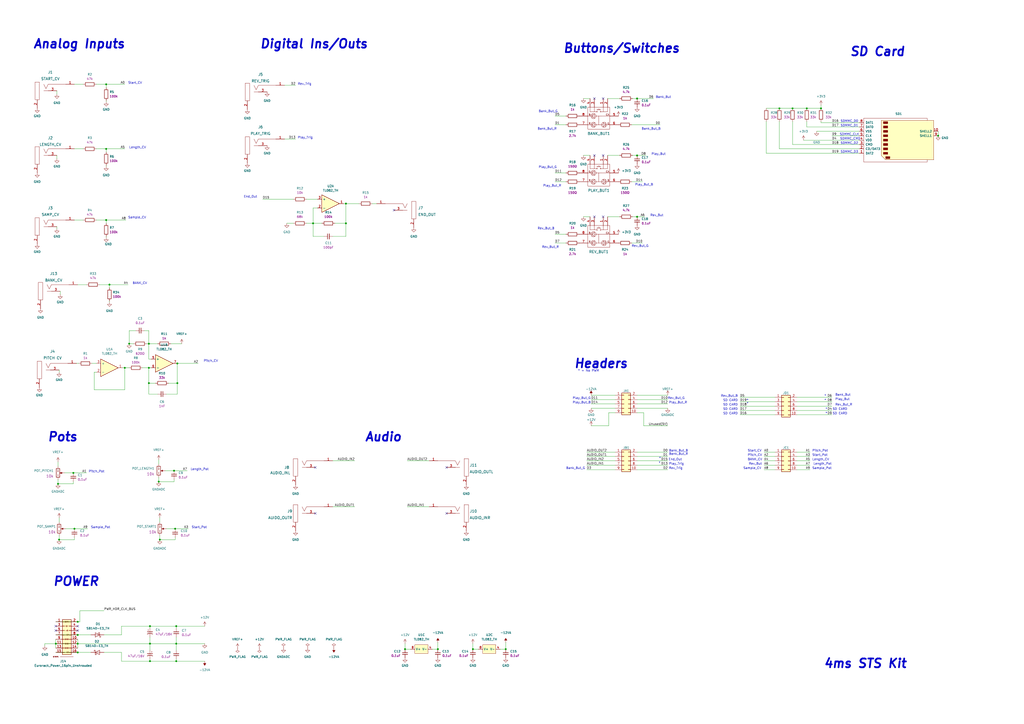
<source format=kicad_sch>
(kicad_sch (version 20211123) (generator eeschema)
  (paper "A2")
  (junction (at 86.995 373.38))
  (junction (at 92.075 279.4))
  (junction (at 33.655 280.67))
  (junction (at 61.595 127.635))
  (junction (at 452.12 62.865))
  (junction (at 61.595 86.36))
  (junction (at 200.66 118.11))
  (junction (at 45.085 378.46))
  (junction (at 369.57 90.17))
  (junction (at 86.36 199.39))
  (junction (at 181.61 129.54))
  (junction (at 459.74 62.865))
  (junction (at 45.085 368.3))
  (junction (at 34.29 313.055))
  (junction (at 45.085 373.38))
  (junction (at 86.995 363.22))
  (junction (at 63.5 165.1))
  (junction (at 32.385 373.38))
  (junction (at 100.965 273.05))
  (junction (at 43.18 306.705))
  (junction (at 102.87 210.82))
  (junction (at 274.32 376.555))
  (junction (at 74.93 199.39))
  (junction (at 102.235 373.38))
  (junction (at 92.71 313.055))
  (junction (at 544.195 78.74))
  (junction (at 102.87 222.25))
  (junction (at 45.085 360.68))
  (junction (at 101.6 306.705))
  (junction (at 254 376.555))
  (junction (at 234.95 376.555))
  (junction (at 293.37 376.555))
  (junction (at 61.595 48.895))
  (junction (at 102.235 383.54))
  (junction (at 86.36 222.25))
  (junction (at 102.235 363.22))
  (junction (at 72.39 213.36))
  (junction (at 42.545 274.32))
  (junction (at 467.995 62.865))
  (junction (at 86.995 383.54))
  (junction (at 200.66 129.54))
  (junction (at 369.57 125.73))
  (junction (at 476.25 62.865))
  (junction (at 86.36 213.36))
  (junction (at 369.57 57.15))
  (no_connect (at 182.88 297.815))
  (no_connect (at 32.385 365.76))
  (no_connect (at 344.805 57.15))
  (no_connect (at 349.885 90.17))
  (no_connect (at 259.08 297.815))
  (no_connect (at 349.885 57.15))
  (no_connect (at 228.6 121.92))
  (no_connect (at 349.885 125.73))
  (no_connect (at 45.085 363.22))
  (no_connect (at 45.085 365.76))
  (no_connect (at 259.08 271.145))
  (no_connect (at 32.385 363.22))
  (no_connect (at 344.805 125.73))
  (no_connect (at 344.805 90.17))
  (no_connect (at 182.88 271.145))
  (wire (pts (xy 102.235 373.38) (xy 102.235 377.19)))
  (wire (pts (xy 338.455 57.15) (xy 342.265 57.15)))
  (wire (pts (xy 43.18 86.36) (xy 48.26 86.36)))
  (wire (pts (xy 33.655 270.51) (xy 33.655 267.97)))
  (wire (pts (xy 43.18 313.055) (xy 43.18 311.785)))
  (wire (pts (xy 102.87 228.6) (xy 96.52 228.6)))
  (wire (pts (xy 236.22 267.335) (xy 248.92 267.335)))
  (wire (pts (xy 462.28 240.665) (xy 482.6 240.665)))
  (wire (pts (xy 102.235 373.38) (xy 118.745 373.38)))
  (wire (pts (xy 60.325 378.46) (xy 70.485 378.46)))
  (wire (pts (xy 366.395 105.41) (xy 372.745 105.41)))
  (wire (pts (xy 369.57 57.15) (xy 379.095 57.15)))
  (wire (pts (xy 254 372.745) (xy 254 376.555)))
  (wire (pts (xy 236.22 294.005) (xy 248.92 294.005)))
  (wire (pts (xy 37.465 274.32) (xy 42.545 274.32)))
  (wire (pts (xy 46.355 360.68) (xy 45.085 360.68)))
  (wire (pts (xy 194.31 129.54) (xy 200.66 129.54)))
  (wire (pts (xy 462.28 269.875) (xy 469.9 269.875)))
  (wire (pts (xy 462.28 264.795) (xy 469.9 264.795)))
  (wire (pts (xy 429.26 240.665) (xy 449.58 240.665)))
  (wire (pts (xy 34.29 300.355) (xy 34.29 302.895)))
  (wire (pts (xy 44.45 210.82) (xy 45.72 210.82)))
  (wire (pts (xy 369.57 272.415) (xy 387.35 272.415)))
  (wire (pts (xy 459.74 83.82) (xy 459.74 70.485)))
  (wire (pts (xy 369.57 267.335) (xy 387.35 267.335)))
  (wire (pts (xy 429.26 235.585) (xy 449.58 235.585)))
  (wire (pts (xy 53.34 210.82) (xy 55.88 210.82)))
  (wire (pts (xy 63.5 165.1) (xy 63.5 167.005)))
  (wire (pts (xy 86.36 222.25) (xy 86.36 228.6)))
  (wire (pts (xy 86.995 373.38) (xy 86.995 377.19)))
  (wire (pts (xy 373.38 247.015) (xy 387.35 247.015)))
  (wire (pts (xy 102.87 222.25) (xy 102.87 228.6)))
  (wire (pts (xy 57.785 165.1) (xy 63.5 165.1)))
  (wire (pts (xy 366.395 72.39) (xy 382.905 72.39)))
  (wire (pts (xy 369.57 236.855) (xy 387.35 236.855)))
  (wire (pts (xy 342.9 234.315) (xy 356.87 234.315)))
  (wire (pts (xy 353.06 239.395) (xy 356.87 239.395)))
  (wire (pts (xy 95.885 273.05) (xy 100.965 273.05)))
  (wire (pts (xy 102.235 383.54) (xy 118.745 383.54)))
  (wire (pts (xy 86.36 199.39) (xy 86.36 208.28)))
  (wire (pts (xy 444.5 62.865) (xy 452.12 62.865)))
  (wire (pts (xy 476.25 71.12) (xy 476.25 70.485)))
  (wire (pts (xy 45.085 165.1) (xy 50.165 165.1)))
  (wire (pts (xy 452.12 86.36) (xy 452.12 70.485)))
  (wire (pts (xy 42.545 280.67) (xy 42.545 279.4)))
  (wire (pts (xy 32.385 360.68) (xy 45.085 360.68)))
  (wire (pts (xy 82.55 213.36) (xy 86.36 213.36)))
  (wire (pts (xy 34.29 310.515) (xy 34.29 313.055)))
  (wire (pts (xy 369.57 262.255) (xy 387.35 262.255)))
  (wire (pts (xy 462.28 272.415) (xy 469.9 272.415)))
  (wire (pts (xy 54.61 226.06) (xy 72.39 226.06)))
  (wire (pts (xy 369.57 264.795) (xy 387.35 264.795)))
  (wire (pts (xy 34.29 214.63) (xy 34.29 215.9)))
  (wire (pts (xy 100.965 279.4) (xy 100.965 278.13)))
  (wire (pts (xy 92.71 310.515) (xy 92.71 313.055)))
  (wire (pts (xy 33.02 90.17) (xy 33.02 92.075)))
  (wire (pts (xy 61.595 127.635) (xy 61.595 129.54)))
  (wire (pts (xy 200.66 118.11) (xy 200.66 129.54)))
  (wire (pts (xy 498.475 76.2) (xy 473.71 76.2)))
  (wire (pts (xy 34.29 313.055) (xy 43.18 313.055)))
  (wire (pts (xy 38.1 306.705) (xy 43.18 306.705)))
  (wire (pts (xy 352.425 125.73) (xy 359.41 125.73)))
  (wire (pts (xy 165.1 80.645) (xy 171.45 80.645)))
  (wire (pts (xy 34.925 168.91) (xy 34.925 170.815)))
  (wire (pts (xy 86.36 191.77) (xy 86.36 199.39)))
  (wire (pts (xy 102.87 210.82) (xy 102.87 222.25)))
  (wire (pts (xy 55.88 127.635) (xy 61.595 127.635)))
  (wire (pts (xy 338.455 125.73) (xy 342.265 125.73)))
  (wire (pts (xy 181.61 137.16) (xy 181.61 129.54)))
  (wire (pts (xy 187.96 137.16) (xy 181.61 137.16)))
  (wire (pts (xy 366.395 140.97) (xy 372.745 140.97)))
  (wire (pts (xy 429.26 233.045) (xy 449.58 233.045)))
  (wire (pts (xy 45.085 373.38) (xy 86.995 373.38)))
  (wire (pts (xy 92.075 279.4) (xy 100.965 279.4)))
  (wire (pts (xy 86.36 213.36) (xy 86.36 222.25)))
  (wire (pts (xy 86.36 208.28) (xy 87.63 208.28)))
  (wire (pts (xy 61.595 58.42) (xy 61.595 59.055)))
  (wire (pts (xy 369.57 231.775) (xy 387.35 231.775)))
  (wire (pts (xy 61.595 86.36) (xy 61.595 88.265)))
  (wire (pts (xy 32.385 368.3) (xy 45.085 368.3)))
  (wire (pts (xy 429.26 230.505) (xy 449.58 230.505)))
  (wire (pts (xy 86.995 364.49) (xy 86.995 363.22)))
  (wire (pts (xy 70.485 368.3) (xy 70.485 363.22)))
  (wire (pts (xy 462.28 230.505) (xy 482.6 230.505)))
  (wire (pts (xy 101.6 306.705) (xy 109.22 306.705)))
  (wire (pts (xy 467.995 73.66) (xy 467.995 70.485)))
  (wire (pts (xy 373.38 239.395) (xy 373.38 247.015)))
  (wire (pts (xy 476.25 62.865) (xy 476.25 60.96)))
  (wire (pts (xy 43.18 306.705) (xy 50.8 306.705)))
  (wire (pts (xy 32.385 378.46) (xy 45.085 378.46)))
  (wire (pts (xy 45.085 370.84) (xy 45.085 373.38)))
  (wire (pts (xy 369.57 269.875) (xy 387.35 269.875)))
  (wire (pts (xy 181.61 129.54) (xy 186.69 129.54)))
  (wire (pts (xy 181.61 120.65) (xy 181.61 129.54)))
  (wire (pts (xy 290.195 376.555) (xy 293.37 376.555)))
  (wire (pts (xy 498.475 86.36) (xy 452.12 86.36)))
  (wire (pts (xy 99.06 199.39) (xy 105.41 199.39)))
  (wire (pts (xy 200.66 118.11) (xy 208.28 118.11)))
  (wire (pts (xy 165.1 49.53) (xy 171.45 49.53)))
  (wire (pts (xy 342.9 229.235) (xy 356.87 229.235)))
  (wire (pts (xy 26.035 373.38) (xy 32.385 373.38)))
  (wire (pts (xy 340.36 267.335) (xy 356.87 267.335)))
  (wire (pts (xy 462.28 238.125) (xy 482.6 238.125)))
  (wire (pts (xy 340.36 272.415) (xy 356.87 272.415)))
  (wire (pts (xy 459.74 62.865) (xy 467.995 62.865)))
  (wire (pts (xy 61.595 86.36) (xy 72.39 86.36)))
  (wire (pts (xy 43.18 127.635) (xy 48.26 127.635)))
  (wire (pts (xy 86.36 228.6) (xy 91.44 228.6)))
  (wire (pts (xy 92.075 269.24) (xy 92.075 266.7)))
  (wire (pts (xy 55.88 215.9) (xy 54.61 215.9)))
  (wire (pts (xy 45.085 368.3) (xy 52.705 368.3)))
  (wire (pts (xy 328.295 72.39) (xy 321.945 72.39)))
  (wire (pts (xy 74.93 191.77) (xy 74.93 199.39)))
  (wire (pts (xy 215.9 118.11) (xy 218.44 118.11)))
  (wire (pts (xy 367.03 125.73) (xy 369.57 125.73)))
  (wire (pts (xy 166.37 129.54) (xy 170.18 129.54)))
  (wire (pts (xy 63.5 174.625) (xy 63.5 175.26)))
  (wire (pts (xy 205.74 267.335) (xy 193.04 267.335)))
  (wire (pts (xy 498.475 71.12) (xy 476.25 71.12)))
  (wire (pts (xy 70.485 363.22) (xy 86.995 363.22)))
  (wire (pts (xy 43.18 48.895) (xy 48.26 48.895)))
  (wire (pts (xy 328.295 140.97) (xy 321.945 140.97)))
  (wire (pts (xy 443.23 267.335) (xy 449.58 267.335)))
  (wire (pts (xy 61.595 48.895) (xy 61.595 50.8)))
  (wire (pts (xy 367.03 90.17) (xy 369.57 90.17)))
  (wire (pts (xy 342.9 236.855) (xy 356.87 236.855)))
  (wire (pts (xy 70.485 378.46) (xy 70.485 383.54)))
  (wire (pts (xy 118.745 363.22) (xy 102.235 363.22)))
  (wire (pts (xy 78.74 191.77) (xy 74.93 191.77)))
  (wire (pts (xy 102.235 364.49) (xy 102.235 363.22)))
  (wire (pts (xy 462.28 233.045) (xy 482.6 233.045)))
  (wire (pts (xy 340.36 269.875) (xy 356.87 269.875)))
  (wire (pts (xy 498.475 83.82) (xy 459.74 83.82)))
  (wire (pts (xy 77.47 199.39) (xy 74.93 199.39)))
  (wire (pts (xy 96.52 306.705) (xy 101.6 306.705)))
  (wire (pts (xy 33.02 131.445) (xy 33.02 132.715)))
  (wire (pts (xy 369.57 125.73) (xy 374.015 125.73)))
  (wire (pts (xy 205.74 294.005) (xy 193.04 294.005)))
  (wire (pts (xy 498.475 81.28) (xy 466.09 81.28)))
  (wire (pts (xy 369.57 90.17) (xy 374.65 90.17)))
  (wire (pts (xy 71.12 213.36) (xy 72.39 213.36)))
  (wire (pts (xy 86.995 373.38) (xy 102.235 373.38)))
  (wire (pts (xy 199.39 118.11) (xy 200.66 118.11)))
  (wire (pts (xy 97.79 222.25) (xy 102.87 222.25)))
  (wire (pts (xy 86.36 213.36) (xy 87.63 213.36)))
  (wire (pts (xy 61.595 137.16) (xy 61.595 137.795)))
  (wire (pts (xy 387.35 234.315) (xy 369.57 234.315)))
  (wire (pts (xy 338.455 90.17) (xy 342.265 90.17)))
  (wire (pts (xy 342.9 231.775) (xy 356.87 231.775)))
  (wire (pts (xy 33.02 52.705) (xy 33.02 54.61)))
  (wire (pts (xy 61.595 127.635) (xy 73.025 127.635)))
  (wire (pts (xy 101.6 313.055) (xy 101.6 311.785)))
  (wire (pts (xy 342.9 247.015) (xy 353.06 247.015)))
  (wire (pts (xy 92.71 313.055) (xy 101.6 313.055)))
  (wire (pts (xy 86.36 191.77) (xy 83.82 191.77)))
  (wire (pts (xy 46.355 354.33) (xy 46.355 360.68)))
  (wire (pts (xy 498.475 73.66) (xy 467.995 73.66)))
  (wire (pts (xy 86.995 383.54) (xy 102.235 383.54)))
  (wire (pts (xy 32.385 373.38) (xy 32.385 375.92)))
  (wire (pts (xy 328.295 67.31) (xy 321.945 67.31)))
  (wire (pts (xy 452.12 62.865) (xy 459.74 62.865)))
  (wire (pts (xy 184.15 120.65) (xy 181.61 120.65)))
  (wire (pts (xy 85.09 199.39) (xy 86.36 199.39)))
  (wire (pts (xy 86.995 382.27) (xy 86.995 383.54)))
  (wire (pts (xy 193.04 137.16) (xy 200.66 137.16)))
  (wire (pts (xy 152.4 115.57) (xy 170.18 115.57)))
  (wire (pts (xy 102.87 210.82) (xy 114.935 210.82)))
  (wire (pts (xy 54.61 215.9) (xy 54.61 226.06)))
  (wire (pts (xy 100.965 273.05) (xy 108.585 273.05)))
  (wire (pts (xy 352.425 57.15) (xy 359.41 57.15)))
  (wire (pts (xy 274.32 373.38) (xy 274.32 376.555)))
  (wire (pts (xy 45.085 373.38) (xy 45.085 375.92)))
  (wire (pts (xy 177.8 129.54) (xy 181.61 129.54)))
  (wire (pts (xy 443.23 262.255) (xy 449.58 262.255)))
  (wire (pts (xy 462.28 235.585) (xy 482.6 235.585)))
  (wire (pts (xy 92.71 300.355) (xy 92.71 302.895)))
  (wire (pts (xy 32.385 373.38) (xy 45.085 373.38)))
  (wire (pts (xy 86.995 369.57) (xy 86.995 373.38)))
  (wire (pts (xy 467.995 62.865) (xy 476.25 62.865)))
  (wire (pts (xy 443.23 269.875) (xy 449.58 269.875)))
  (wire (pts (xy 72.39 226.06) (xy 72.39 213.36)))
  (wire (pts (xy 86.995 363.22) (xy 102.235 363.22)))
  (wire (pts (xy 60.325 368.3) (xy 70.485 368.3)))
  (wire (pts (xy 340.36 264.795) (xy 356.87 264.795)))
  (wire (pts (xy 462.28 262.255) (xy 469.9 262.255)))
  (wire (pts (xy 293.37 372.745) (xy 293.37 376.555)))
  (wire (pts (xy 33.655 280.67) (xy 42.545 280.67)))
  (wire (pts (xy 55.88 86.36) (xy 61.595 86.36)))
  (wire (pts (xy 443.23 272.415) (xy 449.58 272.415)))
  (wire (pts (xy 60.325 354.33) (xy 46.355 354.33)))
  (wire (pts (xy 70.485 383.54) (xy 86.995 383.54)))
  (wire (pts (xy 55.88 48.895) (xy 61.595 48.895)))
  (wire (pts (xy 102.235 369.57) (xy 102.235 373.38)))
  (wire (pts (xy 462.28 267.335) (xy 469.9 267.335)))
  (wire (pts (xy 42.545 274.32) (xy 50.165 274.32)))
  (wire (pts (xy 443.23 264.795) (xy 449.58 264.795)))
  (wire (pts (xy 61.595 95.885) (xy 61.595 96.52)))
  (wire (pts (xy 177.8 115.57) (xy 184.15 115.57)))
  (wire (pts (xy 92.075 276.86) (xy 92.075 279.4)))
  (wire (pts (xy 321.945 105.41) (xy 328.295 105.41)))
  (wire (pts (xy 72.39 213.36) (xy 74.93 213.36)))
  (wire (pts (xy 352.425 90.17) (xy 359.41 90.17)))
  (wire (pts (xy 234.95 376.555) (xy 238.125 376.555)))
  (wire (pts (xy 353.06 247.015) (xy 353.06 239.395)))
  (wire (pts (xy 45.085 378.46) (xy 52.705 378.46)))
  (wire (pts (xy 32.385 370.84) (xy 32.385 373.38)))
  (wire (pts (xy 274.32 376.555) (xy 277.495 376.555)))
  (wire (pts (xy 369.57 229.235) (xy 387.35 229.235)))
  (wire (pts (xy 26.035 374.65) (xy 26.035 373.38)))
  (wire (pts (xy 102.235 382.27) (xy 102.235 383.54)))
  (wire (pts (xy 250.825 376.555) (xy 254 376.555)))
  (wire (pts (xy 321.945 100.33) (xy 328.295 100.33)))
  (wire (pts (xy 444.5 88.9) (xy 444.5 70.485)))
  (wire (pts (xy 340.36 262.255) (xy 356.87 262.255)))
  (wire (pts (xy 369.57 239.395) (xy 373.38 239.395)))
  (wire (pts (xy 544.195 78.74) (xy 544.195 76.2)))
  (wire (pts (xy 367.03 57.15) (xy 369.57 57.15)))
  (wire (pts (xy 86.36 222.25) (xy 90.17 222.25)))
  (wire (pts (xy 33.655 278.13) (xy 33.655 280.67)))
  (wire (pts (xy 86.36 199.39) (xy 91.44 199.39)))
  (wire (pts (xy 498.475 78.74) (xy 482.6 78.74)))
  (wire (pts (xy 234.95 373.38) (xy 234.95 376.555)))
  (wire (pts (xy 429.26 238.125) (xy 449.58 238.125)))
  (wire (pts (xy 498.475 88.9) (xy 444.5 88.9)))
  (wire (pts (xy 61.595 48.895) (xy 72.39 48.895)))
  (wire (pts (xy 63.5 165.1) (xy 74.295 165.1)))
  (wire (pts (xy 200.66 129.54) (xy 200.66 137.16)))
  (wire (pts (xy 328.295 135.89) (xy 321.945 135.89)))
  (text "Rev_Trig" (at 172.72 49.53 0) (effects (font (size 1.27 1.27)) (justify left bottom)))
  (text "SD CARD" (at 491.49 238.125 180) (effects (font (size 1.27 1.27)) (justify right bottom)))
  (text "Play_But_B" (at 332.105 234.315 0) (effects (font (size 1.27 1.27)) (justify left bottom)))
  (text "Play_Trig" (at 172.72 80.645 0) (effects (font (size 1.27 1.27)) (justify left bottom)))
  (text "Rev_But_R" (at 314.325 144.145 0) (effects (font (size 1.27 1.27)) (justify left bottom)))
  (text "SD CARD" (at 427.99 238.125 180) (effects (font (size 1.27 1.27)) (justify right bottom)))
  (text "SDMMC_CMD" (at 499.11 81.28 180) (effects (font (size 1.27 1.27)) (justify right bottom)))
  (text "Play_But_B" (at 368.3 107.95 0) (effects (font (size 1.27 1.27)) (justify left bottom)))
  (text "Bank_But" (at 380.365 57.15 0) (effects (font (size 1.27 1.27)) (justify left bottom)))
  (text "Bank_But_R" (at 387.985 264.16 0) (effects (font (size 1.27 1.27)) (justify left bottom)))
  (text "Sample_Pot" (at 52.705 306.705 0) (effects (font (size 1.27 1.27)) (justify left bottom)))
  (text "Play_But_G" (at 312.42 97.79 0) (effects (font (size 1.27 1.27)) (justify left bottom)))
  (text "*" (at 478.155 233.045 0) (effects (font (size 1.27 1.27)) (justify left bottom)))
  (text "Bank_But_G" (at 312.42 65.405 0) (effects (font (size 1.27 1.27)) (justify left bottom)))
  (text "Length_CV" (at 471.17 267.335 0) (effects (font (size 1.27 1.27)) (justify left bottom)))
  (text "Rev_Trig" (at 387.985 272.415 0) (effects (font (size 1.27 1.27)) (justify left bottom)))
  (text "Headers" (at 332.74 213.995 0) (effects (font (size 5.08 5.08) (thickness 1.016) bold italic) (justify left bottom)))
  (text "Digital Ins/Outs" (at 150.495 28.575 0) (effects (font (size 5.08 5.08) (thickness 1.016) bold italic) (justify left bottom)))
  (text "Play_But_R" (at 387.985 234.315 0) (effects (font (size 1.27 1.27)) (justify left bottom)))
  (text "Rev_But_G" (at 366.395 143.51 0) (effects (font (size 1.27 1.27)) (justify left bottom)))
  (text "Bank_But_B" (at 387.985 262.255 0) (effects (font (size 1.27 1.27)) (justify left bottom)))
  (text "*" (at 382.27 266.7 0) (effects (font (size 1.27 1.27)) (justify left bottom)))
  (text "Start_Pot" (at 471.17 264.795 0) (effects (font (size 1.27 1.27)) (justify left bottom)))
  (text "Start_CV" (at 433.705 262.255 0) (effects (font (size 1.27 1.27)) (justify left bottom)))
  (text "Pitch_CV" (at 433.705 264.795 0) (effects (font (size 1.27 1.27)) (justify left bottom)))
  (text "SDMMC_D2" (at 497.84 83.82 180) (effects (font (size 1.27 1.27)) (justify right bottom)))
  (text "SDMMC_D0" (at 497.84 71.12 180) (effects (font (size 1.27 1.27)) (justify right bottom)))
  (text "Length_Pot" (at 471.805 269.875 0) (effects (font (size 1.27 1.27)) (justify left bottom)))
  (text "Play_But_R" (at 314.96 108.585 0) (effects (font (size 1.27 1.27)) (justify left bottom)))
  (text "Audio" (at 211.455 256.54 0) (effects (font (size 5.08 5.08) (thickness 1.016) bold italic) (justify left bottom)))
  (text "Rev_But" (at 377.19 125.73 0) (effects (font (size 1.27 1.27)) (justify left bottom)))
  (text "Analog Inputs" (at 19.05 28.575 0) (effects (font (size 5.08 5.08) (thickness 1.016) bold italic) (justify left bottom)))
  (text "SD Card" (at 492.76 33.02 0) (effects (font (size 5.08 5.08) (thickness 1.016) bold italic) (justify left bottom)))
  (text "Rev_But" (at 434.34 269.875 0) (effects (font (size 1.27 1.27)) (justify left bottom)))
  (text "*" (at 478.79 238.125 0) (effects (font (size 1.27 1.27)) (justify left bottom)))
  (text "SDMMC_D1" (at 497.84 73.66 180) (effects (font (size 1.27 1.27)) (justify right bottom)))
  (text "Buttons/Switches" (at 326.39 31.115 0) (effects (font (size 5.08 5.08) (thickness 1.016) bold italic) (justify left bottom)))
  (text "Pitch_Pot" (at 471.17 262.255 0) (effects (font (size 1.27 1.27)) (justify left bottom)))
  (text "Bank_But_G" (at 328.295 272.415 0) (effects (font (size 1.27 1.27)) (justify left bottom)))
  (text "Sample_Pot" (at 471.17 272.415 0) (effects (font (size 1.27 1.27)) (justify left bottom)))
  (text "Play_But" (at 484.505 232.41 0) (effects (font (size 1.27 1.27)) (justify left bottom)))
  (text "Start_Pot" (at 111.125 306.705 0) (effects (font (size 1.27 1.27)) (justify left bottom)))
  (text "*" (at 478.155 230.505 0) (effects (font (size 1.27 1.27)) (justify left bottom)))
  (text "Start_CV" (at 74.295 48.895 0) (effects (font (size 1.27 1.27)) (justify left bottom)))
  (text "Play_Trig" (at 387.985 269.875 0) (effects (font (size 1.27 1.27)) (justify left bottom)))
  (text "*" (at 433.07 233.045 0) (effects (font (size 1.27 1.27)) (justify left bottom)))
  (text "Rev_But_G" (at 387.35 231.775 0) (effects (font (size 1.27 1.27)) (justify left bottom)))
  (text "SD CARD" (at 491.49 240.665 180) (effects (font (size 1.27 1.27)) (justify right bottom)))
  (text "*" (at 433.07 234.95 0) (effects (font (size 1.27 1.27)) (justify left bottom)))
  (text "BANK_CV" (at 433.705 267.335 0) (effects (font (size 1.27 1.27)) (justify left bottom)))
  (text "Sample_CV" (at 74.295 127 0) (effects (font (size 1.27 1.27)) (justify left bottom)))
  (text "Bank_But_B" (at 372.11 75.565 0) (effects (font (size 1.27 1.27)) (justify left bottom)))
  (text "SD CARD" (at 427.99 233.045 180) (effects (font (size 1.27 1.27)) (justify right bottom)))
  (text "Play_But_G" (at 332.105 231.775 0) (effects (font (size 1.27 1.27)) (justify left bottom)))
  (text "Pitch_CV" (at 118.11 210.185 0) (effects (font (size 1.27 1.27)) (justify left bottom)))
  (text "*" (at 478.79 240.665 0) (effects (font (size 1.27 1.27)) (justify left bottom)))
  (text "Pots" (at 27.305 256.54 0) (effects (font (size 5.08 5.08) (thickness 1.016) bold italic) (justify left bottom)))
  (text "SDMMC_CLK" (at 498.475 78.74 180) (effects (font (size 1.27 1.27)) (justify right bottom)))
  (text "Rev_But_R" (at 484.505 235.585 0) (effects (font (size 1.27 1.27)) (justify left bottom)))
  (text "*" (at 382.0224 269.4451 0) (effects (font (size 1.27 1.27)) (justify left bottom)))
  (text "End_Out" (at 395.605 267.335 180) (effects (font (size 1.27 1.27)) (justify right bottom)))
  (text "4ms STS Kit" (at 477.52 387.985 0) (effects (font (size 5.08 5.08) (thickness 1.016) bold italic) (justify left bottom)))
  (text "Bank_But" (at 484.505 229.87 0) (effects (font (size 1.27 1.27)) (justify left bottom)))
  (text "* = No PWM" (at 335.28 215.9 0) (effects (font (size 1.27 1.27)) (justify left bottom)))
  (text "Pitch_Pot" (at 51.435 274.32 0) (effects (font (size 1.27 1.27)) (justify left bottom)))
  (text "SDMMC_D3" (at 497.84 88.9 180) (effects (font (size 1.27 1.27)) (justify right bottom)))
  (text "POWER" (at 30.48 340.36 0) (effects (font (size 5.08 5.08) (thickness 1.016) bold italic) (justify left bottom)))
  (text "End_Out" (at 149.225 114.935 180) (effects (font (size 1.27 1.27)) (justify right bottom)))
  (text "SD CARD" (at 427.99 235.585 180) (effects (font (size 1.27 1.27)) (justify right bottom)))
  (text "Rev_But_B" (at 311.785 133.35 0) (effects (font (size 1.27 1.27)) (justify left bottom)))
  (text "Rev_But_B" (at 427.99 230.505 180) (effects (font (size 1.27 1.27)) (justify right bottom)))
  (text "Length_Pot" (at 110.49 273.05 0) (effects (font (size 1.27 1.27)) (justify left bottom)))
  (text "Sample_CV" (at 431.165 272.415 0) (effects (font (size 1.27 1.27)) (justify left bottom)))
  (text "Play_But" (at 377.825 90.17 0) (effects (font (size 1.27 1.27)) (justify left bottom)))
  (text "Length_CV" (at 74.93 86.36 0) (effects (font (size 1.27 1.27)) (justify left bottom)))
  (text "SD CARD" (at 427.99 240.665 180) (effects (font (size 1.27 1.27)) (justify right bottom)))
  (text "Bank_But_R" (at 311.785 75.565 0) (effects (font (size 1.27 1.27)) (justify left bottom)))
  (text "BANK_CV" (at 76.835 165.1 0) (effects (font (size 1.27 1.27)) (justify left bottom)))
  (label "D17" (at 429.26 238.125 0))
  (label "D7" (at 482.6 235.585 180))
  (label "D14" (at 342.9 234.315 0))
  (label "D12" (at 387.35 234.315 180))
  (label "A5" (at 469.9 267.335 180))
  (label "A2" (at 114.935 210.82 180))
  (label "D19" (at 429.26 233.045 0))
  (label "D11" (at 321.945 100.33 0))
  (label "A4" (at 74.295 165.1 180))
  (label "A6" (at 443.23 269.875 0))
  (label "D18" (at 429.26 235.585 0))
  (label "A1" (at 469.9 262.255 180))
  (label "D13" (at 387.35 269.875 180))
  (label "D10" (at 387.35 231.775 180))
  (label "A1" (at 50.165 274.32 180))
  (label "AUDIO_IN1" (at 340.36 269.875 0))
  (label "A8" (at 443.23 272.415 0))
  (label "D3" (at 340.36 272.415 0))
  (label "D10" (at 372.745 140.97 180))
  (label "A7" (at 108.585 273.05 180))
  (label "D15" (at 152.4 115.57 0))
  (label "D0" (at 382.905 72.39 180))
  (label "D18" (at 482.6 83.82 0))
  (label "D16" (at 482.6 71.12 0))
  (label "A0" (at 443.23 262.255 0))
  (label "D1" (at 321.945 72.39 0))
  (label "D2" (at 387.35 272.415 180))
  (label "AUDIO_IN1" (at 236.22 294.005 0))
  (label "D6" (at 482.6 230.505 180))
  (label "A3" (at 109.22 306.705 180))
  (label "D1" (at 387.35 264.795 180))
  (label "AUDIO_OUT1" (at 205.74 294.005 180))
  (label "D4" (at 482.6 238.125 180))
  (label "D0" (at 387.35 262.255 180))
  (label "A9" (at 50.8 306.705 180))
  (label "D2" (at 171.45 49.53 180))
  (label "D5" (at 321.945 67.31 0))
  (label "D6" (at 379.095 57.15 180))
  (label "AUDIO_OUT1" (at 340.36 264.795 0))
  (label "D14" (at 372.745 105.41 180))
  (label "D11" (at 342.9 231.775 0))
  (label "D5" (at 429.26 230.505 0))
  (label "A7" (at 469.9 269.875 180))
  (label "AUDIO_OUT2" (at 236.22 267.335 0))
  (label "A3" (at 469.9 264.795 180))
  (label "D19" (at 482.6 88.9 0))
  (label "A6" (at 374.015 125.73 180))
  (label "A4" (at 443.23 267.335 0))
  (label "D7" (at 321.945 140.97 0))
  (label "A9" (at 469.9 272.415 180))
  (label "A8" (at 73.025 127.635 180))
  (label "D12" (at 321.945 105.41 0))
  (label "D4" (at 482.6 81.28 0))
  (label "PWR_HDR_CLK_BUS" (at 60.325 354.33 0))
  (label "D9" (at 482.6 78.74 0))
  (label "Unused(5V)" (at 387.35 247.015 180))
  (label "D17" (at 482.6 73.66 0))
  (label "D16" (at 429.26 240.665 0))
  (label "AUDIO_IN2" (at 340.36 267.335 0))
  (label "D5" (at 321.945 135.89 0))
  (label "A5" (at 72.39 86.36 180))
  (label "AUDIO_OUT2" (at 340.36 262.255 0))
  (label "A0" (at 72.39 48.895 180))
  (label "A2" (at 443.23 264.795 0))
  (label "D13" (at 171.45 80.645 180))
  (label "AUDIO_IN2" (at 205.74 267.335 180))
  (label "D8" (at 374.65 90.17 180))
  (label "D8" (at 482.6 233.045 180))
  (label "D9" (at 482.6 240.665 180))
  (label "D15" (at 387.35 267.335 180))
  (symbol (lib_id "4ms_Power-symbol:GND") (at 338.455 57.15 0) (unit 1)
    (property "Reference" "#PWR049" (effects hide))
    (property "Value" "GND" (at 338.455 62.23 0))
  )
  (symbol (lib_id "power:GND") (at 178.435 375.92 0) (unit 1)
    (property "Reference" "#PWR036" (effects hide))
    (property "Value" "GND" (at 178.435 381 0))
  )
  (symbol (lib_id "4ms_Capacitor:0.1uF_Disc_TH") (at 42.545 276.86 0) (unit 1)
    (property "Reference" "C1" (at 45.085 275.5962 0) (effects (justify left)))
    (property "Value" "0.1uF_Disc_TH" (effects hide))
    (property "Footprint" "4ms_Capacitor:C_Disc_P2.54mm" (effects hide))
    (property "Display" "0.1uF" (at 45.085 278.1362 0) (effects (justify left)))
  )
  (symbol (lib_id "4ms_Resistor_TH:47k_TH0.125") (at 52.07 48.895 90) (unit 1)
    (property "Reference" "R2" (at 52.07 43.18 90))
    (property "Value" "47k_TH0.125" (effects hide))
    (property "Footprint" "4ms_Resistor:R_Axial_DIN0207_L6.3mm_D2.5mm_P7.62mm_Horizontal" (effects hide))
    (property "Specifications" "47k, 5%, 1/8W, TH0.125" (effects hide))
    (property "Manufacturer" "Xicon" (effects hide))
    (property "Part Number" "299-47k-RC" (effects hide))
    (property "Display" "47k" (at 52.07 45.72 90))
  )
  (symbol (lib_id "4ms_Resistor_TH:1k_TH0.125") (at 95.25 199.39 90) (unit 1)
    (property "Reference" "R11" (at 95.25 193.675 90))
    (property "Value" "1k_TH0.125" (effects hide))
    (property "Footprint" "4ms_Resistor:R_Axial_DIN0207_L6.3mm_D2.5mm_P7.62mm_Horizontal" (effects hide))
    (property "Specifications" "1k, 5%, 1/8W, TH0.125" (effects hide))
    (property "Manufacturer" "Xicon" (effects hide))
    (property "Part Number" "299-1k-RC" (effects hide))
    (property "Display" "1k" (at 95.25 196.215 90))
  )
  (symbol (lib_id "4ms_Power-symbol:GNDADC") (at 164.465 375.92 0) (unit 1)
    (property "Reference" "#PWR032" (effects hide))
    (property "Value" "GNDADC" (at 164.465 381 0))
  )
  (symbol (lib_id "4ms_Power-symbol:GND") (at 154.94 84.455 0) (unit 1)
    (property "Reference" "#PWR031" (effects hide))
    (property "Value" "GND" (at 154.94 88.9 0))
  )
  (symbol (lib_id "4ms_Resistor_TH:1k_TH0.125") (at 212.09 118.11 90) (unit 1)
    (property "Reference" "R15" (at 212.09 111.76 90))
    (property "Value" "1k_TH0.125" (effects hide))
    (property "Footprint" "4ms_Resistor:R_Axial_DIN0207_L6.3mm_D2.5mm_P7.62mm_Horizontal" (effects hide))
    (property "Specifications" "1k, 5%, 1/8W, TH0.125" (effects hide))
    (property "Manufacturer" "Xicon" (effects hide))
    (property "Part Number" "299-1k-RC" (effects hide))
    (property "Display" "1k" (at 212.09 114.3 90))
  )
  (symbol (lib_id "4ms_Power-symbol:GNDADC") (at 33.655 280.67 0) (unit 1)
    (property "Reference" "#PWR011" (effects hide))
    (property "Value" "GNDADC" (at 33.655 285.115 0))
  )
  (symbol (lib_id "4ms_Capacitor:0.1uF_Disc_TH") (at 101.6 309.245 0) (unit 1)
    (property "Reference" "C10" (at 104.775 307.9812 0) (effects (justify left)))
    (property "Value" "0.1uF_Disc_TH" (effects hide))
    (property "Footprint" "4ms_Capacitor:C_Disc_P2.54mm" (effects hide))
    (property "Display" "0.1uF" (at 104.775 310.5212 0) (effects (justify left)))
  )
  (symbol (lib_id "4ms_Power-symbol:GNDADC") (at 92.71 313.055 0) (unit 1)
    (property "Reference" "#PWR021" (effects hide))
    (property "Value" "GNDADC" (at 92.71 318.135 0))
  )
  (symbol (lib_id "4ms_Power-symbol:GND") (at 154.94 53.34 0) (unit 1)
    (property "Reference" "#PWR030" (effects hide))
    (property "Value" "GND" (at 154.94 58.42 0))
  )
  (symbol (lib_id "4ms_Power-symbol:GND") (at 21.59 100.33 0) (unit 1)
    (property "Reference" "#PWR02" (effects hide))
    (property "Value" "GND" (at 21.59 105.41 0))
  )
  (symbol (lib_id "4ms_Power-symbol:+12V") (at 118.745 363.22 0) (unit 1)
    (property "Reference" "#PWR023" (effects hide))
    (property "Value" "+12V" (at 118.745 358.14 0))
  )
  (symbol (lib_id "4ms_Resistor_TH:47k_TH0.125") (at 52.07 86.36 90) (unit 1)
    (property "Reference" "R3" (at 52.07 80.01 90))
    (property "Value" "47k_TH0.125" (effects hide))
    (property "Footprint" "4ms_Resistor:R_Axial_DIN0207_L6.3mm_D2.5mm_P7.62mm_Horizontal" (effects hide))
    (property "Specifications" "47k, 5%, 1/8W, TH0.125" (effects hide))
    (property "Manufacturer" "Xicon" (effects hide))
    (property "Part Number" "299-47k-RC" (effects hide))
    (property "Display" "47k" (at 52.07 82.55 90))
  )
  (symbol (lib_id "4ms_Resistor_TH:68k_TH0.125") (at 173.99 129.54 90) (unit 1)
    (property "Reference" "R13" (at 173.99 123.19 90))
    (property "Value" "68k_TH0.125" (effects hide))
    (property "Footprint" "4ms_Resistor:R_Axial_DIN0207_L6.3mm_D2.5mm_P7.62mm_Horizontal" (effects hide))
    (property "Specifications" "68k, 5%, 1/8W, TH0.125" (effects hide))
    (property "Manufacturer" "Xicon" (effects hide))
    (property "Part Number" "299-68k-RC" (effects hide))
    (property "Display" "68k" (at 173.99 125.73 90))
  )
  (symbol (lib_id "power:GND") (at 240.03 132.08 0) (unit 1)
    (property "Reference" "#PWR040" (effects hide))
    (property "Value" "GND" (at 240.03 137.16 0))
  )
  (symbol (lib_id "4ms_Power-symbol:GND") (at 61.595 59.055 0) (unit 1)
    (property "Reference" "#PWR014" (effects hide))
    (property "Value" "GND" (at 61.595 63.5 0))
  )
  (symbol (lib_id "4ms_Capacitor:0.1uF_Disc_TH") (at 293.37 379.095 0) (unit 1)
    (property "Reference" "C15" (at 295.91 377.8312 0) (effects (justify left)))
    (property "Value" "0.1uF_Disc_TH" (effects hide))
    (property "Footprint" "4ms_Capacitor:C_Disc_P2.54mm" (effects hide))
    (property "Display" "0.1uF" (at 295.91 380.3712 0) (effects (justify left)))
  )
  (symbol (lib_id "4ms_Power-symbol:GND") (at 254 381.635 0) (unit 1)
    (property "Reference" "#PWR042" (effects hide))
    (property "Value" "GND" (at 254 386.08 0))
  )
  (symbol (lib_id "4ms_Power-symbol:GND") (at 369.57 95.25 0) (unit 1)
    (property "Reference" "#PWR059" (effects hide))
    (property "Value" "GND" (at 369.57 100.33 0))
  )
  (symbol (lib_id "4ms_Connector:Eurorack_Power_16pin_Unshrouded") (at 38.735 369.57 0) (unit 1)
    (property "Reference" "J14" (at 36.6363 383.54 0))
    (property "Value" "Eurorack_Power_16pin_Unshrouded" (at 36.6363 386.08 0))
    (property "Footprint" "4ms_Connector:Pins_2x08_2.54mm_TH_EuroPower" (effects hide))
    (property "Specifications" "Header, Male Pins, 2*8, spacing 2.54mm, straight pin" (effects hide))
    (property "Manufacturer" "TAD" (effects hide))
    (property "Part Number" "1-1602FBV0T" (effects hide))
  )
  (symbol (lib_id "power:GND") (at 342.9 236.855 0) (unit 1)
    (property "Reference" "#PWR053" (effects hide))
    (property "Value" "GND" (at 342.9 240.665 0))
  )
  (symbol (lib_id "4ms_Power-symbol:GND") (at 74.93 199.39 0) (unit 1)
    (property "Reference" "#PWR017" (effects hide))
    (property "Value" "GND" (at 74.93 203.835 0))
  )
  (symbol (lib_id "4ms_Connector:Socket_02x05_TH") (at 455.93 231.775 0) (unit 1)
    (property "Reference" "JD1" (at 455.93 227.965 0))
    (property "Value" "Socket_02x05_TH" (effects hide))
    (property "Footprint" "4ms_Connector:Socket_2x05_2.54mm_TH" (effects hide))
    (property "Specifications" "HEADER 2x5 FEMALE PINS 0.100” 180deg" (effects hide))
  )
  (symbol (lib_id "4ms_Power-symbol:GND") (at 171.45 307.975 0) (mirror y) (unit 1)
    (property "Reference" "#PWR035" (effects hide))
    (property "Value" "GND" (at 171.45 313.055 0))
  )
  (symbol (lib_id "4ms_Capacitor:0.1uF_Disc_TH") (at 254 379.095 0) (unit 1)
    (property "Reference" "C13" (at 256.54 377.8312 0) (effects (justify left)))
    (property "Value" "0.1uF_Disc_TH" (effects hide))
    (property "Footprint" "4ms_Capacitor:C_Disc_P2.54mm" (effects hide))
    (property "Display" "0.1uF" (at 256.54 380.3712 0) (effects (justify left)))
  )
  (symbol (lib_id "4ms_Power-symbol:VREF+") (at 33.655 267.97 0) (unit 1)
    (property "Reference" "#PWR010" (effects hide))
    (property "Value" "VREF+" (at 33.655 262.255 0))
  )
  (symbol (lib_id "4ms_Power-symbol:GND") (at 143.51 63.5 0) (unit 1)
    (property "Reference" "#PWR027" (effects hide))
    (property "Value" "GND" (at 143.51 68.58 0))
  )
  (symbol (lib_id "4ms_Resistor_TH:100k_TH0.125") (at 61.595 133.35 180) (unit 1)
    (property "Reference" "R7" (at 63.5 132.0799 0) (effects (justify right)))
    (property "Value" "100k_TH0.125" (effects hide))
    (property "Footprint" "4ms_Resistor:R_Axial_DIN0207_L6.3mm_D2.5mm_P7.62mm_Horizontal" (effects hide))
    (property "Specifications" "100k, 5%, 1/8W, TH0.125" (effects hide))
    (property "Manufacturer" "Xicon" (effects hide))
    (property "Part Number" "299-100k-RC" (effects hide))
    (property "Display" "100k" (at 63.5 134.6199 0) (effects (justify right)))
  )
  (symbol (lib_id "4ms_Resistor_TH:33k_TH0.125") (at 467.995 66.675 0) (unit 1)
    (property "Reference" "R31" (at 469.9 65.4049 0) (effects (justify left)))
    (property "Value" "33k_TH0.125" (effects hide))
    (property "Footprint" "4ms_Resistor:R_Axial_DIN0207_L6.3mm_D2.5mm_P7.62mm_Horizontal" (effects hide))
    (property "Specifications" "33k, 5%, 1/8W, TH0.125" (effects hide))
    (property "Manufacturer" "Xicon" (effects hide))
    (property "Part Number" "299-33k-RC" (effects hide))
    (property "Display" "33k" (at 469.9 67.9449 0) (effects (justify left)))
  )
  (symbol (lib_id "4ms_Power-symbol:+3.3V") (at 358.775 135.89 0) (unit 1)
    (property "Reference" "#PWR057" (effects hide))
    (property "Value" "+3.3V" (at 360.68 134.6199 0) (effects (justify left)))
  )
  (symbol (lib_id "4ms_Power-symbol:+12V") (at 342.9 247.015 0) (unit 1)
    (property "Reference" "#PWR054" (effects hide))
    (property "Value" "+12V" (at 342.9 243.459 0))
  )
  (symbol (lib_id "4ms_Power-symbol:PWR_FLAG") (at 137.795 375.92 180) (unit 1)
    (property "Reference" "#FLG01" (effects hide))
    (property "Value" "PWR_FLAG" (at 137.795 381 0))
  )
  (symbol (lib_id "4ms_Resistor_TH:100k_TH0.125") (at 190.5 129.54 90) (unit 1)
    (property "Reference" "R14" (at 190.5 123.19 90))
    (property "Value" "100k_TH0.125" (effects hide))
    (property "Footprint" "4ms_Resistor:R_Axial_DIN0207_L6.3mm_D2.5mm_P7.62mm_Horizontal" (effects hide))
    (property "Specifications" "100k, 5%, 1/8W, TH0.125" (effects hide))
    (property "Manufacturer" "Xicon" (effects hide))
    (property "Part Number" "299-100k-RC" (effects hide))
    (property "Display" "100k" (at 190.5 125.73 90))
  )
  (symbol (lib_id "4ms_Connector:Socket_02x05_TH") (at 455.93 263.525 0) (unit 1)
    (property "Reference" "JC1" (at 455.93 259.715 0))
    (property "Value" "Socket_02x05_TH" (effects hide))
    (property "Footprint" "4ms_Connector:Socket_2x05_2.54mm_TH" (effects hide))
    (property "Specifications" "HEADER 2x5 FEMALE PINS 0.100” 180deg" (effects hide))
  )
  (symbol (lib_id "4ms_Capacitor:0.1uF_Disc_TH") (at 102.235 379.73 0) (mirror x) (unit 1)
    (property "Reference" "C8" (at 99.06 378.4535 0) (effects (justify right)))
    (property "Value" "0.1uF_Disc_TH" (effects hide))
    (property "Footprint" "4ms_Capacitor:C_Disc_P2.54mm" (effects hide))
    (property "Display" "0.1uF" (at 99.06 380.9935 0) (effects (justify right)))
  )
  (symbol (lib_id "4ms_Jack:3.5mm_Mono_Switched") (at 27.94 214.63 0) (unit 1)
    (property "Reference" "J4" (at 30.48 203.835 0) (effects (font (size 1.524 1.524))))
    (property "Value" "PITCH CV" (at 30.48 207.645 0) (effects (font (size 1.524 1.524))))
    (property "Footprint" "4ms_Jack:EighthInch_PJ398SM" (effects hide))
    (property "Specifications" "Audio 3.5mm Jack, mono, switched, PC-pin Vertical" (effects hide))
    (property "Manufacturer" "Wenzhou QingPu Electronics Co" (effects hide))
    (property "Part Number" "WQP-WQP518MA" (effects hide))
  )
  (symbol (lib_id "4ms_IC:TL082_TH") (at 244.475 376.555 90) (unit 3)
    (property "Reference" "U1" (at 244.475 368.3 90))
    (property "Value" "TL082_TH" (at 244.475 370.84 90))
    (property "Footprint" "4ms_Package_DIP:DIP-8pin_TH" (effects hide))
    (property "Specifications" "TL082 Dual Opamp DIP-8pin" (effects hide))
  )
  (symbol (lib_id "4ms_Switch:Button_SPST_RGB_5.4mmCap") (at 347.345 68.58 0) (unit 1)
    (property "Reference" "BANK_BUT1" (at 347.345 77.47 0) (effects (font (size 1.524 1.524))))
    (property "Value" "Button_SPST_RGB_5.4mmCap" (effects hide))
    (property "Footprint" "4ms_Switch:Button_RgbLED_SPST_PB615303HL-7mm" (effects hide))
    (property "Specifications" "SPST button with RGB LED, 5.4mm diffused cap" (effects hide))
    (property "Manufacturer" "Well Buying" (effects hide))
    (property "Part Number" "TC002-N11AS2XWT-RGB" (effects hide))
  )
  (symbol (lib_id "4ms_Resistor_TH:1k_TH0.125") (at 49.53 210.82 90) (unit 1)
    (property "Reference" "R1" (at 49.53 205.105 90))
    (property "Value" "1k_TH0.125" (effects hide))
    (property "Footprint" "4ms_Resistor:R_Axial_DIN0207_L6.3mm_D2.5mm_P7.62mm_Horizontal" (effects hide))
    (property "Specifications" "1k, 5%, 1/8W, TH0.125" (effects hide))
    (property "Manufacturer" "Xicon" (effects hide))
    (property "Part Number" "299-1k-RC" (effects hide))
    (property "Display" "1k" (at 49.53 207.645 90))
  )
  (symbol (lib_id "4ms_Resistor_TH:2.7k_TH0.125") (at 332.105 140.97 90) (unit 1)
    (property "Reference" "R21" (at 332.105 144.78 90))
    (property "Value" "2.7k_TH0.125" (effects hide))
    (property "Footprint" "4ms_Resistor:R_Axial_DIN0207_L6.3mm_D2.5mm_P7.62mm_Horizontal" (effects hide))
    (property "Specifications" "2.7k, 5%, 1/8W, TH0.125" (effects hide))
    (property "Manufacturer" "Xicon" (effects hide))
    (property "Part Number" "299-2.7k-RC" (effects hide))
    (property "Display" "2.7k" (at 332.105 147.32 90))
  )
  (symbol (lib_id "4ms_Switch:Button_SPST_RGB_7mmCap") (at 347.345 101.6 0) (unit 1)
    (property "Reference" "PLAY_BUT1" (at 347.345 110.49 0) (effects (font (size 1.524 1.524))))
    (property "Value" "Button_SPST_RGB_7mmCap" (effects hide))
    (property "Footprint" "4ms_Switch:Button_RgbLED_SPST_PB615303HL-7mm" (effects hide))
    (property "Specifications" "SPST button with RGB LED, 7mm diffused cap" (effects hide))
    (property "Manufacturer" "Run Run Enterprises" (effects hide))
    (property "Part Number" "PB615303HL-7" (effects hide))
  )
  (symbol (lib_id "4ms_Jack:3.5mm_Mono_Switched") (at 176.53 297.815 0) (unit 1)
    (property "Reference" "J9" (at 169.545 296.545 0) (effects (font (size 1.524 1.524)) (justify right)))
    (property "Value" "AUIDO_OUTR" (at 169.545 300.355 0) (effects (font (size 1.524 1.524)) (justify right)))
    (property "Footprint" "4ms_Jack:EighthInch_PJ398SM" (effects hide))
    (property "Specifications" "Audio 3.5mm Jack, mono, switched, PC-pin Vertical" (effects hide))
    (property "Manufacturer" "Wenzhou QingPu Electronics Co" (effects hide))
    (property "Part Number" "WQP-WQP518MA" (effects hide))
  )
  (symbol (lib_id "4ms_Jack:3.5mm_Mono_Switched") (at 148.59 84.455 0) (unit 1)
    (property "Reference" "J6" (at 151.13 73.66 0) (effects (font (size 1.524 1.524))))
    (property "Value" "PLAY_TRIG" (at 151.13 77.47 0) (effects (font (size 1.524 1.524))))
    (property "Footprint" "4ms_Jack:EighthInch_PJ398SM" (effects hide))
    (property "Specifications" "Audio 3.5mm Jack, mono, switched, PC-pin Vertical" (effects hide))
    (property "Manufacturer" "Wenzhou QingPu Electronics Co" (effects hide))
    (property "Part Number" "WQP-WQP518MA" (effects hide))
  )
  (symbol (lib_id "4ms_Resistor_TH:10k_TH0.125") (at 173.99 115.57 90) (unit 1)
    (property "Reference" "R12" (at 173.99 109.22 90))
    (property "Value" "10k_TH0.125" (effects hide))
    (property "Footprint" "4ms_Resistor:R_Axial_DIN0207_L6.3mm_D2.5mm_P7.62mm_Horizontal" (effects hide))
    (property "Specifications" "10k, 5%, 1/8W, TH0.125" (effects hide))
    (property "Manufacturer" "Xicon" (effects hide))
    (property "Part Number" "299-10k-RC" (effects hide))
    (property "Display" "10k" (at 173.99 111.76 90))
  )
  (symbol (lib_id "4ms_Power-symbol:GND") (at 171.45 281.305 0) (mirror y) (unit 1)
    (property "Reference" "#PWR034" (effects hide))
    (property "Value" "GND" (at 171.45 286.385 0))
  )
  (symbol (lib_id "4ms_Power-symbol:GND") (at 63.5 175.26 0) (unit 1)
    (property "Reference" "#PWR069" (effects hide))
    (property "Value" "GND" (at 63.5 180.34 0))
  )
  (symbol (lib_id "4ms_Power-symbol:+3.3V") (at 466.09 81.28 0) (unit 1)
    (property "Reference" "#PWR063" (effects hide))
    (property "Value" "+3.3V" (at 466.09 76.2 0))
  )
  (symbol (lib_id "4ms_Capacitor:0.1uF_Disc_TH") (at 102.235 367.03 0) (unit 1)
    (property "Reference" "C7" (at 105.41 365.7662 0) (effects (justify left)))
    (property "Value" "0.1uF_Disc_TH" (effects hide))
    (property "Footprint" "4ms_Capacitor:C_Disc_P2.54mm" (effects hide))
    (property "Display" "0.1uF" (at 105.41 368.3062 0) (effects (justify left)))
  )
  (symbol (lib_id "4ms_Power-symbol:GND") (at 21.59 141.605 0) (unit 1)
    (property "Reference" "#PWR03" (effects hide))
    (property "Value" "GND" (at 21.59 146.05 0))
  )
  (symbol (lib_id "4ms_Capacitor:0.1uF_Disc_TH") (at 369.57 92.71 0) (unit 1)
    (property "Reference" "C17" (at 372.11 91.4462 0) (effects (justify left)))
    (property "Value" "0.1uF_Disc_TH" (effects hide))
    (property "Footprint" "4ms_Capacitor:C_Disc_P2.54mm" (effects hide))
    (property "Display" "0.1uF" (at 372.11 93.9862 0) (effects (justify left)))
  )
  (symbol (lib_id "4ms_Power-symbol:GNDADC") (at 92.075 279.4 0) (unit 1)
    (property "Reference" "#PWR019" (effects hide))
    (property "Value" "GNDADC" (at 92.075 283.845 0))
  )
  (symbol (lib_id "4ms_Power-symbol:GND") (at 33.02 54.61 0) (unit 1)
    (property "Reference" "#PWR06" (effects hide))
    (property "Value" "GND" (at 33.02 59.69 0))
  )
  (symbol (lib_id "4ms_Power-symbol:VREF+") (at 92.075 266.7 0) (unit 1)
    (property "Reference" "#PWR018" (effects hide))
    (property "Value" "VREF+" (at 92.075 260.985 0))
  )
  (symbol (lib_id "4ms_Power-symbol:GND") (at 544.195 78.74 0) (unit 1)
    (property "Reference" "#PWR066" (effects hide))
    (property "Value" "GND" (at 546.1 80.0099 0) (effects (justify left)))
  )
  (symbol (lib_id "4ms_Resistor_TH:4.7k_TH0.125") (at 363.22 125.73 90) (unit 1)
    (property "Reference" "R27" (at 363.22 119.38 90))
    (property "Value" "4.7k_TH0.125" (effects hide))
    (property "Footprint" "4ms_Resistor:R_Axial_DIN0207_L6.3mm_D2.5mm_P7.62mm_Horizontal" (effects hide))
    (property "Specifications" "4.7k, 5%, 1/8W, TH0.125" (effects hide))
    (property "Manufacturer" "Xicon" (effects hide))
    (property "Part Number" "299-4.7k-RC" (effects hide))
    (property "Display" "4.7k" (at 363.22 121.92 90))
  )
  (symbol (lib_id "4ms_Resistor_TH:47k_TH0.125") (at 52.07 127.635 90) (unit 1)
    (property "Reference" "R4" (at 52.07 121.92 90))
    (property "Value" "47k_TH0.125" (effects hide))
    (property "Footprint" "4ms_Resistor:R_Axial_DIN0207_L6.3mm_D2.5mm_P7.62mm_Horizontal" (effects hide))
    (property "Specifications" "47k, 5%, 1/8W, TH0.125" (effects hide))
    (property "Manufacturer" "Xicon" (effects hide))
    (property "Part Number" "299-47k-RC" (effects hide))
    (property "Display" "47k" (at 52.07 124.46 90))
  )
  (symbol (lib_id "4ms_Potentiometer:16mm_NoDet_10k") (at 34.29 306.705 0) (mirror x) (unit 1)
    (property "Reference" "POT_SAMP1" (at 32.385 305.4349 0) (effects (justify right)))
    (property "Value" "16mm_NoDet_10k" (effects hide))
    (property "Footprint" "4ms_Potentiometer:Pot_16mm_NoDet_RV16AF-4A" (effects hide))
    (property "Specifications" "10k Linear, 16mm pot, No Detent, D-shaft" (effects hide))
    (property "Manufacturer" "Alpha Taiwan" (effects hide))
    (property "Part Number" "RV16AF-4A-15FW-B10k-3" (effects hide))
    (property "Manufacturer 2" "Song Huei" (effects hide))
    (property "Part Number 2" "16K6-B10K L-15F/CI/4-8/NS/H=13" (effects hide))
    (property "Display" "10k" (at 32.385 308.61 0) (effects (font (size 1.524 1.524)) (justify right)))
  )
  (symbol (lib_id "4ms_Resistor_TH:33k_TH0.125") (at 452.12 66.675 0) (unit 1)
    (property "Reference" "R29" (at 454.66 65.4049 0) (effects (justify left)))
    (property "Value" "33k_TH0.125" (effects hide))
    (property "Footprint" "4ms_Resistor:R_Axial_DIN0207_L6.3mm_D2.5mm_P7.62mm_Horizontal" (effects hide))
    (property "Specifications" "33k, 5%, 1/8W, TH0.125" (effects hide))
    (property "Manufacturer" "Xicon" (effects hide))
    (property "Part Number" "299-33k-RC" (effects hide))
    (property "Display" "33k" (at 454.66 67.9449 0) (effects (justify left)))
  )
  (symbol (lib_id "4ms_Power-symbol:GND") (at 369.57 62.23 0) (unit 1)
    (property "Reference" "#PWR058" (effects hide))
    (property "Value" "GND" (at 369.57 67.31 0))
  )
  (symbol (lib_id "4ms_Power-symbol:VREF+") (at 137.795 375.92 0) (unit 1)
    (property "Reference" "#PWR026" (effects hide))
    (property "Value" "VREF+" (at 137.795 370.84 0))
  )
  (symbol (lib_id "4ms_Power-symbol:PWR_FLAG") (at 193.675 375.92 0) (unit 1)
    (property "Reference" "#FLG05" (effects hide))
    (property "Value" "PWR_FLAG" (at 193.675 370.84 0))
  )
  (symbol (lib_id "4ms_Capacitor:47uF_16V_TH") (at 86.995 379.73 0) (mirror y) (unit 1)
    (property "Reference" "C5" (at 83.82 378.0281 0) (effects (justify left)))
    (property "Value" "47uF_16V_TH" (effects hide))
    (property "Footprint" "4ms_Capacitor:CP_Radial_P2.5mm" (effects hide))
    (property "Specifications" "47uF, 16V" (effects hide))
    (property "Display" "47uF/16V" (at 83.82 380.5681 0) (effects (justify left)))
  )
  (symbol (lib_id "4ms_Jack:3.5mm_Mono_Switched") (at 26.67 131.445 0) (unit 1)
    (property "Reference" "J3" (at 29.21 120.65 0) (effects (font (size 1.524 1.524))))
    (property "Value" "SAMP_CV" (at 29.21 124.46 0) (effects (font (size 1.524 1.524))))
    (property "Footprint" "4ms_Jack:EighthInch_PJ398SM" (effects hide))
    (property "Specifications" "Audio 3.5mm Jack, mono, switched, PC-pin Vertical" (effects hide))
    (property "Manufacturer" "Wenzhou QingPu Electronics Co" (effects hide))
    (property "Part Number" "WQP-WQP518MA" (effects hide))
  )
  (symbol (lib_id "4ms_Resistor_TH:150Ω_TH0.125") (at 332.105 100.33 90) (unit 1)
    (property "Reference" "R18" (at 332.105 93.98 90))
    (property "Value" "150Ω_TH0.125" (effects hide))
    (property "Footprint" "4ms_Resistor:R_Axial_DIN0207_L6.3mm_D2.5mm_P7.62mm_Horizontal" (effects hide))
    (property "Specifications" "150Ω, 5%, 1/8W, TH0.125" (effects hide))
    (property "Manufacturer" "Xicon" (effects hide))
    (property "Part Number" "299-150-RC" (effects hide))
    (property "Display" "150Ω" (at 332.105 96.52 90))
  )
  (symbol (lib_id "4ms_Power-symbol:GND") (at 61.595 96.52 0) (unit 1)
    (property "Reference" "#PWR015" (effects hide))
    (property "Value" "GND" (at 61.595 101.6 0))
  )
  (symbol (lib_id "4ms_Power-symbol:-12VA") (at 342.9 229.235 0) (unit 1)
    (property "Reference" "#PWR052" (effects hide))
    (property "Value" "-12VA" (at 342.9 225.679 0))
  )
  (symbol (lib_id "4ms_Capacitor:0.1uF_Disc_TH") (at 369.57 128.27 0) (unit 1)
    (property "Reference" "C18" (at 372.11 127.0062 0) (effects (justify left)))
    (property "Value" "0.1uF_Disc_TH" (effects hide))
    (property "Footprint" "4ms_Capacitor:C_Disc_P2.54mm" (effects hide))
    (property "Display" "0.1uF" (at 372.11 129.5462 0) (effects (justify left)))
  )
  (symbol (lib_id "power:GND") (at 118.745 373.38 0) (unit 1)
    (property "Reference" "#PWR024" (effects hide))
    (property "Value" "GND" (at 118.745 378.46 0))
  )
  (symbol (lib_id "4ms_Power-symbol:VREF+") (at 387.35 229.235 0) (unit 1)
    (property "Reference" "#PWR061" (effects hide))
    (property "Value" "VREF+" (at 387.35 225.679 0))
  )
  (symbol (lib_id "4ms_Power-symbol:PWR_FLAG") (at 150.495 375.92 180) (unit 1)
    (property "Reference" "#FLG02" (effects hide))
    (property "Value" "PWR_FLAG" (at 150.495 381 0))
  )
  (symbol (lib_id "4ms_Resistor_TH:1k_TH0.125") (at 362.585 72.39 90) (unit 1)
    (property "Reference" "R22" (at 362.585 66.04 90))
    (property "Value" "1k_TH0.125" (effects hide))
    (property "Footprint" "4ms_Resistor:R_Axial_DIN0207_L6.3mm_D2.5mm_P7.62mm_Horizontal" (effects hide))
    (property "Specifications" "1k, 5%, 1/8W, TH0.125" (effects hide))
    (property "Manufacturer" "Xicon" (effects hide))
    (property "Part Number" "299-1k-RC" (effects hide))
    (property "Display" "1k" (at 362.585 68.58 90))
  )
  (symbol (lib_id "4ms_IC:TL082_TH") (at 63.5 213.36 0) (unit 1)
    (property "Reference" "U1" (at 63.5 202.565 0))
    (property "Value" "TL082_TH" (at 63.5 205.105 0))
    (property "Footprint" "4ms_Package_DIP:DIP-8pin_TH" (effects hide))
    (property "Specifications" "TL082 Dual Opamp DIP-8pin" (effects hide))
  )
  (symbol (lib_id "4ms_Power-symbol:+3.3V") (at 358.775 100.33 0) (unit 1)
    (property "Reference" "#PWR056" (effects hide))
    (property "Value" "+3.3V" (at 360.68 99.0599 0) (effects (justify left)))
  )
  (symbol (lib_id "4ms_Power-symbol:GND") (at 369.57 130.81 0) (unit 1)
    (property "Reference" "#PWR060" (effects hide))
    (property "Value" "GND" (at 369.57 135.89 0))
  )
  (symbol (lib_id "4ms_Resistor_TH:33k_TH0.125") (at 476.25 66.675 0) (unit 1)
    (property "Reference" "R32" (at 478.79 65.4049 0) (effects (justify left)))
    (property "Value" "33k_TH0.125" (effects hide))
    (property "Footprint" "4ms_Resistor:R_Axial_DIN0207_L6.3mm_D2.5mm_P7.62mm_Horizontal" (effects hide))
    (property "Specifications" "33k, 5%, 1/8W, TH0.125" (effects hide))
    (property "Manufacturer" "Xicon" (effects hide))
    (property "Part Number" "299-33k-RC" (effects hide))
    (property "Display" "33k" (at 478.79 67.9449 0) (effects (justify left)))
  )
  (symbol (lib_id "4ms_Power-symbol:GND") (at 270.51 307.975 0) (unit 1)
    (property "Reference" "#PWR044" (effects hide))
    (property "Value" "GND" (at 270.51 313.055 0))
  )
  (symbol (lib_id "4ms_Power-symbol:GNDADC") (at 34.29 313.055 0) (unit 1)
    (property "Reference" "#PWR013" (effects hide))
    (property "Value" "GNDADC" (at 34.29 318.135 0))
  )
  (symbol (lib_id "4ms_Jack:3.5mm_Mono_Switched") (at 265.43 297.815 0) (mirror y) (unit 1)
    (property "Reference" "J10" (at 272.415 296.545 0) (effects (font (size 1.524 1.524)) (justify right)))
    (property "Value" "AUDIO_INR" (at 272.415 300.355 0) (effects (font (size 1.524 1.524)) (justify right)))
    (property "Footprint" "4ms_Jack:EighthInch_PJ398SM" (effects hide))
    (property "Specifications" "Audio 3.5mm Jack, mono, switched, PC-pin Vertical" (effects hide))
    (property "Manufacturer" "Wenzhou QingPu Electronics Co" (effects hide))
    (property "Part Number" "WQP-WQP518MA" (effects hide))
  )
  (symbol (lib_id "4ms_Power-symbol:GNDADC") (at 387.35 236.855 0) (unit 1)
    (property "Reference" "#PWR062" (effects hide))
    (property "Value" "GNDADC" (at 387.35 240.665 0))
  )
  (symbol (lib_id "4ms_Resistor_TH:1k_TH0.125") (at 332.105 135.89 90) (unit 1)
    (property "Reference" "R20" (at 332.105 129.54 90))
    (property "Value" "1k_TH0.125" (effects hide))
    (property "Footprint" "4ms_Resistor:R_Axial_DIN0207_L6.3mm_D2.5mm_P7.62mm_Horizontal" (effects hide))
    (property "Specifications" "1k, 5%, 1/8W, TH0.125" (effects hide))
    (property "Manufacturer" "Xicon" (effects hide))
    (property "Part Number" "299-1k-RC" (effects hide))
    (property "Display" "1k" (at 332.105 132.08 90))
  )
  (symbol (lib_id "4ms_Capacitor:0.1uF_Disc_TH") (at 81.28 191.77 90) (unit 1)
    (property "Reference" "C3" (at 81.2863 184.785 90))
    (property "Value" "0.1uF_Disc_TH" (effects hide))
    (property "Footprint" "4ms_Capacitor:C_Disc_P2.54mm" (effects hide))
    (property "Display" "0.1uF" (at 81.2863 187.325 90))
  )
  (symbol (lib_id "4ms_Power-symbol:GND") (at 21.59 62.865 0) (unit 1)
    (property "Reference" "#PWR01" (effects hide))
    (property "Value" "GND" (at 21.59 67.31 0))
  )
  (symbol (lib_id "4ms_IC:TL082_TH") (at 283.845 376.555 90) (unit 3)
    (property "Reference" "U2" (at 283.845 368.3 90))
    (property "Value" "TL082_TH" (at 283.845 370.84 90))
    (property "Footprint" "4ms_Package_DIP:DIP-8pin_TH" (effects hide))
    (property "Specifications" "TL082 Dual Opamp DIP-8pin" (effects hide))
  )
  (symbol (lib_id "4ms_Potentiometer:16mm_CtrDet_10k") (at 33.655 274.32 0) (mirror x) (unit 1)
    (property "Reference" "POT_PITCH1" (at 31.115 273.0499 0) (effects (justify right)))
    (property "Value" "16mm_CtrDet_10k" (effects hide))
    (property "Footprint" "4ms_Potentiometer:Pot_16mm_CtrDet_RV16AF-4A" (effects hide))
    (property "Specifications" "10k Linear, 16mm pot, Center Detent, D-shaft" (effects hide))
    (property "Manufacturer" "Alpha Taiwan" (effects hide))
    (property "Part Number" "RV16AF-4A-15FW-B10k-3C" (effects hide))
    (property "Display" "10k" (at 31.115 276.225 0) (effects (font (size 1.524 1.524)) (justify right)))
    (property "Manufacturer 2" "Song Huei" (effects hide))
    (property "Part Number 2" "16K6-B10K L-15F/CI/4-8/CC/NS/H=13" (effects hide))
  )
  (symbol (lib_id "4ms_Capacitor:0.1uF_Disc_TH") (at 369.57 59.69 0) (unit 1)
    (property "Reference" "C16" (at 372.11 58.4262 0) (effects (justify left)))
    (property "Value" "0.1uF_Disc_TH" (effects hide))
    (property "Footprint" "4ms_Capacitor:C_Disc_P2.54mm" (effects hide))
    (property "Display" "0.1uF" (at 372.11 60.9662 0) (effects (justify left)))
  )
  (symbol (lib_id "4ms_Resistor_TH:620Ω_TH0.125") (at 81.28 199.39 90) (unit 1)
    (property "Reference" "R9" (at 81.28 202.565 90))
    (property "Value" "620Ω_TH0.125" (effects hide))
    (property "Footprint" "4ms_Resistor:R_Axial_DIN0207_L6.3mm_D2.5mm_P7.62mm_Horizontal" (effects hide))
    (property "Specifications" "620Ω, 5%, 1/8W, TH0.125" (effects hide))
    (property "Manufacturer" "Xicon" (effects hide))
    (property "Part Number" "299-620-RC" (effects hide))
    (property "Display" "620Ω" (at 81.28 205.105 90))
  )
  (symbol (lib_id "4ms_Jack:3.5mm_Mono_Switched") (at 26.67 90.17 0) (unit 1)
    (property "Reference" "J2" (at 29.21 80.01 0) (effects (font (size 1.524 1.524))))
    (property "Value" "LENGTH_CV" (at 29.21 83.82 0) (effects (font (size 1.524 1.524))))
    (property "Footprint" "4ms_Jack:EighthInch_PJ398SM" (effects hide))
    (property "Specifications" "Audio 3.5mm Jack, mono, switched, PC-pin Vertical" (effects hide))
    (property "Manufacturer" "Wenzhou QingPu Electronics Co" (effects hide))
    (property "Part Number" "WQP-WQP518MA" (effects hide))
  )
  (symbol (lib_id "4ms_Jack:3.5mm_Mono_Switched") (at 176.53 271.145 0) (unit 1)
    (property "Reference" "J8" (at 166.37 271.145 0) (effects (font (size 1.524 1.524))))
    (property "Value" "AUDIO_INL" (at 162.56 274.32 0) (effects (font (size 1.524 1.524))))
    (property "Footprint" "4ms_Jack:EighthInch_PJ398SM" (effects hide))
    (property "Specifications" "Audio 3.5mm Jack, mono, switched, PC-pin Vertical" (effects hide))
    (property "Manufacturer" "Wenzhou QingPu Electronics Co" (effects hide))
    (property "Part Number" "WQP-WQP518MA" (effects hide))
  )
  (symbol (lib_id "4ms_Power-symbol:+12V") (at 150.495 375.92 0) (unit 1)
    (property "Reference" "#PWR029" (effects hide))
    (property "Value" "+12V" (at 150.495 370.84 0))
  )
  (symbol (lib_id "4ms_Jack:3.5mm_Mono_Switched") (at 28.575 168.91 0) (unit 1)
    (property "Reference" "J13" (at 31.115 158.75 0) (effects (font (size 1.524 1.524))))
    (property "Value" "BANK_CV" (at 31.115 162.56 0) (effects (font (size 1.524 1.524))))
    (property "Footprint" "4ms_Jack:EighthInch_PJ398SM" (effects hide))
    (property "Specifications" "Audio 3.5mm Jack, mono, switched, PC-pin Vertical" (effects hide))
    (property "Manufacturer" "Wenzhou QingPu Electronics Co" (effects hide))
    (property "Part Number" "WQP-WQP518MA" (effects hide))
  )
  (symbol (lib_id "4ms_Capacitor:0.1uF_Disc_TH") (at 43.18 309.245 0) (unit 1)
    (property "Reference" "C2" (at 46.355 307.9812 0) (effects (justify left)))
    (property "Value" "0.1uF_Disc_TH" (effects hide))
    (property "Footprint" "4ms_Capacitor:C_Disc_P2.54mm" (effects hide))
    (property "Display" "0.1uF" (at 46.355 310.5212 0) (effects (justify left)))
  )
  (symbol (lib_id "4ms_Resistor_TH:1k_TH0.125") (at 332.105 67.31 90) (unit 1)
    (property "Reference" "R16" (at 332.105 60.96 90))
    (property "Value" "1k_TH0.125" (effects hide))
    (property "Footprint" "4ms_Resistor:R_Axial_DIN0207_L6.3mm_D2.5mm_P7.62mm_Horizontal" (effects hide))
    (property "Specifications" "1k, 5%, 1/8W, TH0.125" (effects hide))
    (property "Manufacturer" "Xicon" (effects hide))
    (property "Part Number" "299-1k-RC" (effects hide))
    (property "Display" "1k" (at 332.105 63.5 90))
  )
  (symbol (lib_id "4ms_Resistor_TH:4.7k_TH0.125") (at 363.22 90.17 90) (unit 1)
    (property "Reference" "R26" (at 363.22 83.82 90))
    (property "Value" "4.7k_TH0.125" (effects hide))
    (property "Footprint" "4ms_Resistor:R_Axial_DIN0207_L6.3mm_D2.5mm_P7.62mm_Horizontal" (effects hide))
    (property "Specifications" "4.7k, 5%, 1/8W, TH0.125" (effects hide))
    (property "Manufacturer" "Xicon" (effects hide))
    (property "Part Number" "299-4.7k-RC" (effects hide))
    (property "Display" "4.7k" (at 363.22 86.36 90))
  )
  (symbol (lib_id "4ms_Capacitor:47uF_16V_TH") (at 86.995 367.03 0) (unit 1)
    (property "Reference" "C4" (at 90.17 365.3281 0) (effects (justify left)))
    (property "Value" "47uF_16V_TH" (effects hide))
    (property "Footprint" "4ms_Capacitor:CP_Radial_P2.5mm" (effects hide))
    (property "Specifications" "47uF, 16V" (effects hide))
    (property "Display" "47uF/16V" (at 90.17 367.8681 0) (effects (justify left)))
  )
  (symbol (lib_id "4ms_Connector:Socket_02x05_TH") (at 363.22 263.525 0) (unit 1)
    (property "Reference" "JB1" (at 363.22 259.715 0))
    (property "Value" "Socket_02x05_TH" (effects hide))
    (property "Footprint" "4ms_Connector:Socket_2x05_2.54mm_TH" (effects hide))
    (property "Specifications" "HEADER 2x5 FEMALE PINS 0.100” 180deg" (effects hide))
  )
  (symbol (lib_id "4ms_Resistor_TH:150Ω_TH0.125") (at 332.105 105.41 90) (unit 1)
    (property "Reference" "R19" (at 332.105 109.22 90))
    (property "Value" "150Ω_TH0.125" (effects hide))
    (property "Footprint" "4ms_Resistor:R_Axial_DIN0207_L6.3mm_D2.5mm_P7.62mm_Horizontal" (effects hide))
    (property "Specifications" "150Ω, 5%, 1/8W, TH0.125" (effects hide))
    (property "Manufacturer" "Xicon" (effects hide))
    (property "Part Number" "299-150-RC" (effects hide))
    (property "Display" "150Ω" (at 332.105 111.76 90))
  )
  (symbol (lib_id "4ms_Power-symbol:GND") (at 293.37 381.635 0) (unit 1)
    (property "Reference" "#PWR048" (effects hide))
    (property "Value" "GND" (at 293.37 386.08 0))
  )
  (symbol (lib_id "4ms_Potentiometer:16mm_NoDet_10k") (at 92.075 273.05 0) (mirror x) (unit 1)
    (property "Reference" "POT_LENGTH1" (at 89.535 271.7799 0) (effects (justify right)))
    (property "Value" "16mm_NoDet_10k" (effects hide))
    (property "Footprint" "4ms_Potentiometer:Pot_16mm_NoDet_RV16AF-4A" (effects hide))
    (property "Specifications" "10k Linear, 16mm pot, No Detent, D-shaft" (effects hide))
    (property "Manufacturer" "Alpha Taiwan" (effects hide))
    (property "Part Number" "RV16AF-4A-15FW-B10k-3" (effects hide))
    (property "Manufacturer 2" "Song Huei" (effects hide))
    (property "Part Number 2" "16K6-B10K L-15F/CI/4-8/NS/H=13" (effects hide))
    (property "Display" "10k" (at 89.535 274.955 0) (effects (font (size 1.524 1.524)) (justify right)))
  )
  (symbol (lib_id "4ms_Jack:3.5mm_Mono_Switched") (at 234.95 121.92 0) (mirror y) (unit 1)
    (property "Reference" "J7" (at 242.57 120.65 0) (effects (font (size 1.524 1.524)) (justify right)))
    (property "Value" "END_OUT" (at 242.57 124.46 0) (effects (font (size 1.524 1.524)) (justify right)))
    (property "Footprint" "4ms_Jack:EighthInch_PJ398SM" (effects hide))
    (property "Specifications" "Audio 3.5mm Jack, mono, switched, PC-pin Vertical" (effects hide))
    (property "Manufacturer" "Wenzhou QingPu Electronics Co" (effects hide))
    (property "Part Number" "WQP-WQP518MA" (effects hide))
  )
  (symbol (lib_id "4ms_Resistor_TH:1k_TH0.125") (at 362.585 140.97 90) (unit 1)
    (property "Reference" "R24" (at 362.585 144.78 90))
    (property "Value" "1k_TH0.125" (effects hide))
    (property "Footprint" "4ms_Resistor:R_Axial_DIN0207_L6.3mm_D2.5mm_P7.62mm_Horizontal" (effects hide))
    (property "Specifications" "1k, 5%, 1/8W, TH0.125" (effects hide))
    (property "Manufacturer" "Xicon" (effects hide))
    (property "Part Number" "299-1k-RC" (effects hide))
    (property "Display" "1k" (at 362.585 147.32 90))
  )
  (symbol (lib_id "4ms_Jack:3.5mm_Mono_Switched") (at 265.43 271.145 0) (mirror y) (unit 1)
    (property "Reference" "J11" (at 272.415 269.875 0) (effects (font (size 1.524 1.524)) (justify right)))
    (property "Value" "AUDIO_OUTL" (at 272.415 273.685 0) (effects (font (size 1.524 1.524)) (justify right)))
    (property "Footprint" "4ms_Jack:EighthInch_PJ398SM" (effects hide))
    (property "Specifications" "Audio 3.5mm Jack, mono, switched, PC-pin Vertical" (effects hide))
    (property "Manufacturer" "Wenzhou QingPu Electronics Co" (effects hide))
    (property "Part Number" "WQP-WQP518MA" (effects hide))
  )
  (symbol (lib_id "4ms_Resistor_TH:33k_TH0.125") (at 93.98 222.25 270) (unit 1)
    (property "Reference" "R10" (at 93.98 216.535 90))
    (property "Value" "33k_TH0.125" (effects hide))
    (property "Footprint" "4ms_Resistor:R_Axial_DIN0207_L6.3mm_D2.5mm_P7.62mm_Horizontal" (effects hide))
    (property "Specifications" "33k, 5%, 1/8W, TH0.125" (effects hide))
    (property "Manufacturer" "Xicon" (effects hide))
    (property "Part Number" "299-33k-RC" (effects hide))
    (property "Display" "33k" (at 93.98 219.075 90))
  )
  (symbol (lib_id "4ms_Power-symbol:GND") (at 274.32 381.635 0) (unit 1)
    (property "Reference" "#PWR046" (effects hide))
    (property "Value" "GND" (at 274.32 386.08 0))
  )
  (symbol (lib_id "4ms_Power-symbol:+3.3V") (at 476.25 60.96 0) (unit 1)
    (property "Reference" "#PWR065" (effects hide))
    (property "Value" "+3.3V" (at 476.25 55.88 0))
  )
  (symbol (lib_id "4ms_Resistor_TH:100k_TH0.125") (at 78.74 213.36 90) (unit 1)
    (property "Reference" "R8" (at 78.74 207.645 90))
    (property "Value" "100k_TH0.125" (effects hide))
    (property "Footprint" "4ms_Resistor:R_Axial_DIN0207_L6.3mm_D2.5mm_P7.62mm_Horizontal" (effects hide))
    (property "Specifications" "100k, 5%, 1/8W, TH0.125" (effects hide))
    (property "Manufacturer" "Xicon" (effects hide))
    (property "Part Number" "299-100k-RC" (effects hide))
    (property "Display" "100k" (at 78.74 210.185 90))
  )
  (symbol (lib_id "4ms_Jack:3.5mm_Mono_Switched") (at 26.67 52.705 0) (unit 1)
    (property "Reference" "J1" (at 29.21 41.91 0) (effects (font (size 1.524 1.524))))
    (property "Value" "START_CV" (at 29.21 45.72 0) (effects (font (size 1.524 1.524))))
    (property "Footprint" "4ms_Jack:EighthInch_PJ398SM" (effects hide))
    (property "Specifications" "Audio 3.5mm Jack, mono, switched, PC-pin Vertical" (effects hide))
    (property "Manufacturer" "Wenzhou QingPu Electronics Co" (effects hide))
    (property "Part Number" "WQP-WQP518MA" (effects hide))
  )
  (symbol (lib_id "4ms_Connector:Socket_02x05_TH") (at 363.22 230.505 0) (unit 1)
    (property "Reference" "JA1" (at 363.22 226.695 0))
    (property "Value" "Socket_02x05_TH" (effects hide))
    (property "Footprint" "4ms_Connector:Socket_2x05_2.54mm_TH" (effects hide))
    (property "Specifications" "HEADER 2x5 FEMALE PINS 0.100” 180deg" (effects hide))
  )
  (symbol (lib_id "4ms_Power-symbol:-12VA") (at 293.37 372.745 0) (unit 1)
    (property "Reference" "#PWR047" (effects hide))
    (property "Value" "-12VA" (at 293.37 367.03 0))
  )
  (symbol (lib_id "4ms_Capacitor:1nF_Disc_TH") (at 93.98 228.6 270) (unit 1)
    (property "Reference" "C6" (at 93.9736 233.045 90))
    (property "Value" "1nF_Disc_TH" (effects hide))
    (property "Footprint" "4ms_Capacitor:C_Disc_P5.08mm" (effects hide))
    (property "Specifications" "1nF, 50V, 10%, C0G (NP0) or similar" (effects hide))
    (property "Manufacturer" "Murata" (effects hide))
    (property "Part Number" "GRM1885C1H102JA01D" (effects hide))
    (property "Display" "1nF" (at 93.9736 235.585 90))
    (property "JLCPCB ID" "C163508" (effects hide))
  )
  (symbol (lib_id "4ms_Power-symbol:VREF+") (at 105.41 199.39 0) (unit 1)
    (property "Reference" "#PWR022" (effects hide))
    (property "Value" "VREF+" (at 105.41 193.675 0))
  )
  (symbol (lib_id "4ms_Power-symbol:+3.3V") (at 358.775 67.31 0) (unit 1)
    (property "Reference" "#PWR055" (effects hide))
    (property "Value" "+3.3V" (at 358.775 62.23 0))
  )
  (symbol (lib_id "4ms_Power-symbol:GND") (at 473.71 76.2 0) (unit 1)
    (property "Reference" "#PWR064" (effects hide))
    (property "Value" "GND" (at 473.71 82.55 0))
  )
  (symbol (lib_id "power:GND") (at 166.37 129.54 0) (unit 1)
    (property "Reference" "#PWR033" (effects hide))
    (property "Value" "GND" (at 166.37 134.62 0))
  )
  (symbol (lib_id "4ms_Power-symbol:-12VA") (at 254 372.745 0) (unit 1)
    (property "Reference" "#PWR041" (effects hide))
    (property "Value" "-12VA" (at 254 367.03 0))
  )
  (symbol (lib_id "4ms_Power-symbol:GND") (at 34.925 170.815 0) (unit 1)
    (property "Reference" "#PWR068" (effects hide))
    (property "Value" "GND" (at 34.925 175.26 0))
  )
  (symbol (lib_id "4ms_IC:TL082_TH") (at 95.25 210.82 0) (unit 2)
    (property "Reference" "U1" (at 95.25 200.025 0))
    (property "Value" "TL082_TH" (at 95.25 202.565 0))
    (property "Footprint" "4ms_Package_DIP:DIP-8pin_TH" (effects hide))
    (property "Specifications" "TL082 Dual Opamp DIP-8pin" (effects hide))
  )
  (symbol (lib_id "4ms_Diode:SB140-E3_TH") (at 56.515 368.3 180) (unit 1)
    (property "Reference" "D1" (at 56.8325 361.95 0))
    (property "Value" "SB140-E3_TH" (at 56.8325 364.49 0))
    (property "Footprint" "4ms_Diode:D_DO-35_P7.62mm_Horizontal" (effects hide))
    (property "Specifications" "SCHOTTKY RECTIFIER 1.0A 40Vrrm 0.48Vf" (effects hide))
    (property "Manufacturer" "Vishay" (effects hide))
    (property "Part Number" "SB140-E3/54 " (effects hide))
  )
  (symbol (lib_id "4ms_Power-symbol:GND") (at 270.51 281.305 0) (unit 1)
    (property "Reference" "#PWR043" (effects hide))
    (property "Value" "GND" (at 270.51 286.385 0))
  )
  (symbol (lib_id "4ms_Capacitor:0.1uF_Disc_TH") (at 274.32 379.095 0) (unit 1)
    (property "Reference" "C14" (at 271.78 377.8312 0) (effects (justify right)))
    (property "Value" "0.1uF_Disc_TH" (effects hide))
    (property "Footprint" "4ms_Capacitor:C_Disc_P2.54mm" (effects hide))
    (property "Display" "0.1uF" (at 271.78 380.3712 0) (effects (justify right)))
  )
  (symbol (lib_id "4ms_Resistor_TH:33k_TH0.125") (at 459.74 66.675 0) (unit 1)
    (property "Reference" "R30" (at 462.28 65.4049 0) (effects (justify left)))
    (property "Value" "33k_TH0.125" (effects hide))
    (property "Footprint" "4ms_Resistor:R_Axial_DIN0207_L6.3mm_D2.5mm_P7.62mm_Horizontal" (effects hide))
    (property "Specifications" "33k, 5%, 1/8W, TH0.125" (effects hide))
    (property "Manufacturer" "Xicon" (effects hide))
    (property "Part Number" "299-33k-RC" (effects hide))
    (property "Display" "33k" (at 462.28 67.9449 0) (effects (justify left)))
  )
  (symbol (lib_id "4ms_Power-symbol:PWR_FLAG") (at 178.435 375.92 0) (unit 1)
    (property "Reference" "#FLG04" (effects hide))
    (property "Value" "PWR_FLAG" (at 178.435 370.84 0))
  )
  (symbol (lib_id "4ms_Power-symbol:PWR_FLAG") (at 164.465 375.92 0) (unit 1)
    (property "Reference" "#FLG03" (effects hide))
    (property "Value" "PWR_FLAG" (at 164.465 370.84 0))
  )
  (symbol (lib_id "4ms_Resistor_TH:2.7k_TH0.125") (at 332.105 72.39 90) (unit 1)
    (property "Reference" "R17" (at 332.105 76.2 90))
    (property "Value" "2.7k_TH0.125" (effects hide))
    (property "Footprint" "4ms_Resistor:R_Axial_DIN0207_L6.3mm_D2.5mm_P7.62mm_Horizontal" (effects hide))
    (property "Specifications" "2.7k, 5%, 1/8W, TH0.125" (effects hide))
    (property "Manufacturer" "Xicon" (effects hide))
    (property "Part Number" "299-2.7k-RC" (effects hide))
    (property "Display" "2.7k" (at 332.105 78.74 90))
  )
  (symbol (lib_id "4ms_Capacitor:0.1uF_Disc_TH") (at 234.95 379.095 0) (unit 1)
    (property "Reference" "C12" (at 232.41 377.8312 0) (effects (justify right)))
    (property "Value" "0.1uF_Disc_TH" (effects hide))
    (property "Footprint" "4ms_Capacitor:C_Disc_P2.54mm" (effects hide))
    (property "Display" "0.1uF" (at 232.41 380.3712 0) (effects (justify right)))
  )
  (symbol (lib_id "4ms_Power-symbol:+12V") (at 234.95 373.38 0) (unit 1)
    (property "Reference" "#PWR038" (effects hide))
    (property "Value" "+12V" (at 234.95 368.3 0))
  )
  (symbol (lib_id "4ms_Power-symbol:GND") (at 33.02 132.715 0) (unit 1)
    (property "Reference" "#PWR08" (effects hide))
    (property "Value" "GND" (at 33.02 137.16 0))
  )
  (symbol (lib_id "4ms_Resistor_TH:4.7k_TH0.125") (at 363.22 57.15 90) (unit 1)
    (property "Reference" "R25" (at 363.22 50.8 90))
    (property "Value" "4.7k_TH0.125" (effects hide))
    (property "Footprint" "4ms_Resistor:R_Axial_DIN0207_L6.3mm_D2.5mm_P7.62mm_Horizontal" (effects hide))
    (property "Specifications" "4.7k, 5%, 1/8W, TH0.125" (effects hide))
    (property "Manufacturer" "Xicon" (effects hide))
    (property "Part Number" "299-4.7k-RC" (effects hide))
    (property "Display" "4.7k" (at 363.22 53.34 90))
  )
  (symbol (lib_id "4ms_Power-symbol:GND") (at 34.29 215.9 0) (unit 1)
    (property "Reference" "#PWR09" (effects hide))
    (property "Value" "GND" (at 34.29 220.345 0))
  )
  (symbol (lib_id "4ms_Power-symbol:GND") (at 23.495 179.07 0) (unit 1)
    (property "Reference" "#PWR067" (effects hide))
    (property "Value" "GND" (at 23.495 184.15 0))
  )
  (symbol (lib_id "4ms_Resistor_TH:100k_TH0.125") (at 61.595 92.075 180) (unit 1)
    (property "Reference" "R6" (at 63.5 90.8049 0) (effects (justify right)))
    (property "Value" "100k_TH0.125" (effects hide))
    (property "Footprint" "4ms_Resistor:R_Axial_DIN0207_L6.3mm_D2.5mm_P7.62mm_Horizontal" (effects hide))
    (property "Specifications" "100k, 5%, 1/8W, TH0.125" (effects hide))
    (property "Manufacturer" "Xicon" (effects hide))
    (property "Part Number" "299-100k-RC" (effects hide))
    (property "Display" "100k" (at 63.5 93.3449 0) (effects (justify right)))
  )
  (symbol (lib_id "4ms_Resistor_TH:47k_TH0.125") (at 53.975 165.1 90) (unit 1)
    (property "Reference" "R33" (at 53.975 158.75 90))
    (property "Value" "47k_TH0.125" (effects hide))
    (property "Footprint" "4ms_Resistor:R_Axial_DIN0207_L6.3mm_D2.5mm_P7.62mm_Horizontal" (effects hide))
    (property "Specifications" "47k, 5%, 1/8W, TH0.125" (effects hide))
    (property "Manufacturer" "Xicon" (effects hide))
    (property "Part Number" "299-47k-RC" (effects hide))
    (property "Display" "47k" (at 53.975 161.29 90))
  )
  (symbol (lib_id "4ms_Power-symbol:GND") (at 22.86 224.79 0) (unit 1)
    (property "Reference" "#PWR04" (effects hide))
    (property "Value" "GND" (at 22.86 229.235 0))
  )
  (symbol (lib_id "4ms_Resistor_TH:33k_TH0.125") (at 444.5 66.675 0) (unit 1)
    (property "Reference" "R28" (at 447.04 65.4049 0) (effects (justify left)))
    (property "Value" "33k_TH0.125" (effects hide))
    (property "Footprint" "4ms_Resistor:R_Axial_DIN0207_L6.3mm_D2.5mm_P7.62mm_Horizontal" (effects hide))
    (property "Specifications" "33k, 5%, 1/8W, TH0.125" (effects hide))
    (property "Manufacturer" "Xicon" (effects hide))
    (property "Part Number" "299-33k-RC" (effects hide))
    (property "Display" "33k" (at 447.04 67.9449 0) (effects (justify left)))
  )
  (symbol (lib_id "4ms_Resistor_TH:150Ω_TH0.125") (at 362.585 105.41 90) (unit 1)
    (property "Reference" "R23" (at 362.585 109.22 90))
    (property "Value" "150Ω_TH0.125" (effects hide))
    (property "Footprint" "4ms_Resistor:R_Axial_DIN0207_L6.3mm_D2.5mm_P7.62mm_Horizontal" (effects hide))
    (property "Specifications" "150Ω, 5%, 1/8W, TH0.125" (effects hide))
    (property "Manufacturer" "Xicon" (effects hide))
    (property "Part Number" "299-150-RC" (effects hide))
    (property "Display" "150Ω" (at 362.585 111.76 90))
  )
  (symbol (lib_id "power:GND") (at 26.035 374.65 0) (unit 1)
    (property "Reference" "#PWR05" (effects hide))
    (property "Value" "GND" (at 26.035 379.73 0))
  )
  (symbol (lib_id "4ms_Capacitor:100pF_Disc_TH") (at 190.5 137.16 90) (unit 1)
    (property "Reference" "C11" (at 190.5063 140.97 90))
    (property "Value" "100pF_Disc_TH" (effects hide))
    (property "Footprint" "4ms_Capacitor:C_Disc_P5.08mm" (effects hide))
    (property "Display" "100pF" (at 190.5063 143.51 90))
  )
  (symbol (lib_id "4ms_Jack:3.5mm_Mono_Switched") (at 148.59 53.34 0) (unit 1)
    (property "Reference" "J5" (at 151.13 43.18 0) (effects (font (size 1.524 1.524))))
    (property "Value" "REV_TRIG" (at 151.13 46.99 0) (effects (font (size 1.524 1.524))))
    (property "Footprint" "4ms_Jack:EighthInch_PJ398SM" (effects hide))
    (property "Specifications" "Audio 3.5mm Jack, mono, switched, PC-pin Vertical" (effects hide))
    (property "Manufacturer" "Wenzhou QingPu Electronics Co" (effects hide))
    (property "Part Number" "WQP-WQP518MA" (effects hide))
  )
  (symbol (lib_id "4ms_Power-symbol:GND") (at 338.455 90.17 0) (unit 1)
    (property "Reference" "#PWR050" (effects hide))
    (property "Value" "GND" (at 338.455 95.25 0))
  )
  (symbol (lib_id "4ms_Resistor_TH:100k_TH0.125") (at 61.595 54.61 180) (unit 1)
    (property "Reference" "R5" (at 63.5 53.3399 0) (effects (justify right)))
    (property "Value" "100k_TH0.125" (effects hide))
    (property "Footprint" "4ms_Resistor:R_Axial_DIN0207_L6.3mm_D2.5mm_P7.62mm_Horizontal" (effects hide))
    (property "Specifications" "100k, 5%, 1/8W, TH0.125" (effects hide))
    (property "Manufacturer" "Xicon" (effects hide))
    (property "Part Number" "299-100k-RC" (effects hide))
    (property "Display" "100k" (at 63.5 55.8799 0) (effects (justify right)))
  )
  (symbol (lib_id "4ms_Switch:Button_SPST_RGB_5.4mmCap") (at 347.345 137.16 0) (unit 1)
    (property "Reference" "REV_BUT1" (at 347.345 146.05 0) (effects (font (size 1.524 1.524))))
    (property "Value" "Button_SPST_RGB_5.4mmCap" (effects hide))
    (property "Footprint" "4ms_Switch:Button_RgbLED_SPST_PB615303HL-7mm" (effects hide))
    (property "Specifications" "SPST button with RGB LED, 5.4mm diffused cap" (effects hide))
    (property "Manufacturer" "Well Buying" (effects hide))
    (property "Part Number" "TC002-N11AS2XWT-RGB" (effects hide))
  )
  (symbol (lib_id "4ms_Diode:SB140-E3_TH") (at 56.515 378.46 0) (unit 1)
    (property "Reference" "D2" (at 56.1975 372.11 0))
    (property "Value" "SB140-E3_TH" (at 56.1975 374.65 0))
    (property "Footprint" "4ms_Diode:D_DO-35_P7.62mm_Horizontal" (effects hide))
    (property "Specifications" "SCHOTTKY RECTIFIER 1.0A 40Vrrm 0.48Vf" (effects hide))
    (property "Manufacturer" "Vishay" (effects hide))
    (property "Part Number" "SB140-E3/54 " (effects hide))
  )
  (symbol (lib_id "4ms_Capacitor:0.1uF_Disc_TH") (at 100.965 275.59 0) (unit 1)
    (property "Reference" "C9" (at 103.505 274.3262 0) (effects (justify left)))
    (property "Value" "0.1uF_Disc_TH" (effects hide))
    (property "Footprint" "4ms_Capacitor:C_Disc_P2.54mm" (effects hide))
    (property "Display" "0.1uF" (at 103.505 276.8662 0) (effects (justify left)))
  )
  (symbol (lib_id "4ms_Potentiometer:16mm_NoDet_10k") (at 92.71 306.705 0) (mirror x) (unit 1)
    (property "Reference" "POT_START1" (at 90.805 305.4349 0) (effects (justify right)))
    (property "Value" "16mm_NoDet_10k" (effects hide))
    (property "Footprint" "4ms_Potentiometer:Pot_16mm_NoDet_RV16AF-4A" (effects hide))
    (property "Specifications" "10k Linear, 16mm pot, No Detent, D-shaft" (effects hide))
    (property "Manufacturer" "Alpha Taiwan" (effects hide))
    (property "Part Number" "RV16AF-4A-15FW-B10k-3" (effects hide))
    (property "Manufacturer 2" "Song Huei" (effects hide))
    (property "Part Number 2" "16K6-B10K L-15F/CI/4-8/NS/H=13" (effects hide))
    (property "Display" "10k" (at 90.805 308.61 0) (effects (font (size 1.524 1.524)) (justify right)))
  )
  (symbol (lib_id "4ms_Power-symbol:GND") (at 33.02 92.075 0) (unit 1)
    (property "Reference" "#PWR07" (effects hide))
    (property "Value" "GND" (at 33.02 96.52 0))
  )
  (symbol (lib_id "4ms_IC:TL082_TH") (at 191.77 118.11 0) (unit 1)
    (property "Reference" "U2" (at 191.77 107.95 0))
    (property "Value" "TL082_TH" (at 191.77 110.49 0))
    (property "Footprint" "4ms_Package_DIP:DIP-8pin_TH" (effects hide))
    (property "Specifications" "TL082 Dual Opamp DIP-8pin" (effects hide))
  )
  (symbol (lib_id "4ms_Power-symbol:VREF+") (at 34.29 300.355 0) (unit 1)
    (property "Reference" "#PWR012" (effects hide))
    (property "Value" "VREF+" (at 34.29 295.275 0))
  )
  (symbol (lib_id "4ms_Power-symbol:-12VA") (at 118.745 383.54 180) (unit 1)
    (property "Reference" "#PWR025" (effects hide))
    (property "Value" "-12VA" (at 118.745 388.62 0))
  )
  (symbol (lib_id "4ms_Power-symbol:GND") (at 234.95 381.635 0) (unit 1)
    (property "Reference" "#PWR039" (effects hide))
    (property "Value" "GND" (at 234.95 386.08 0))
  )
  (symbol (lib_id "4ms_Power-symbol:GND") (at 143.51 94.615 0) (unit 1)
    (property "Reference" "#PWR028" (effects hide))
    (property "Value" "GND" (at 143.51 99.06 0))
  )
  (symbol (lib_id "4ms_Power-symbol:+12V") (at 274.32 373.38 0) (unit 1)
    (property "Reference" "#PWR045" (effects hide))
    (property "Value" "+12V" (at 274.32 368.3 0))
  )
  (symbol (lib_id "4ms_Power-symbol:VREF+") (at 92.71 300.355 0) (unit 1)
    (property "Reference" "#PWR020" (effects hide))
    (property "Value" "VREF+" (at 92.71 295.275 0))
  )
  (symbol (lib_id "4ms_Power-symbol:-12VA") (at 193.675 375.92 180) (unit 1)
    (property "Reference" "#PWR037" (effects hide))
    (property "Value" "-12VA" (at 193.675 381 0))
  )
  (symbol (lib_id "4ms_Resistor_TH:100k_TH0.125") (at 63.5 170.815 180) (unit 1)
    (property "Reference" "R34" (at 65.405 169.5449 0) (effects (justify right)))
    (property "Value" "100k_TH0.125" (effects hide))
    (property "Footprint" "4ms_Resistor:R_Axial_DIN0207_L6.3mm_D2.5mm_P7.62mm_Horizontal" (effects hide))
    (property "Specifications" "100k, 5%, 1/8W, TH0.125" (effects hide))
    (property "Manufacturer" "Xicon" (effects hide))
    (property "Part Number" "299-100k-RC" (effects hide))
    (property "Display" "100k" (at 65.405 172.0849 0) (effects (justify right)))
  )
  (symbol (lib_id "4ms_Connector:microSDCon_Vert_TH_PJS008U-3000") (at 521.335 81.28 0) (mirror x) (unit 1)
    (property "Reference" "SD1" (at 521.335 66.04 0))
    (property "Value" "microSDCon_Vert_TH_PJS008U-3000" (effects hide))
    (property "Footprint" "4ms_Connector_Card:CardSlot_MicroSD_YamaichiPJS008U-3000" (effects hide))
    (property "Datasheet" "https://www.yamaichi.de/uploads/media/PJS008U-3000.pdf" (effects hide))
    (property "Part Number" "PJS008U-3000-0" (effects hide))
    (property "Manufacturer" "Yamaichi" (effects hide))
    (property "Specifications" "MicroSD Card Conn Ver Dip Mnt" (effects hide))
  )
  (symbol (lib_id "4ms_Power-symbol:GND") (at 338.455 125.73 0) (unit 1)
    (property "Reference" "#PWR051" (effects hide))
    (property "Value" "GND" (at 338.455 130.81 0))
  )
  (symbol (lib_id "4ms_Power-symbol:GND") (at 61.595 137.795 0) (unit 1)
    (property "Reference" "#PWR016" (effects hide))
    (property "Value" "GND" (at 62.865 141.605 0))
  )
)
</source>
